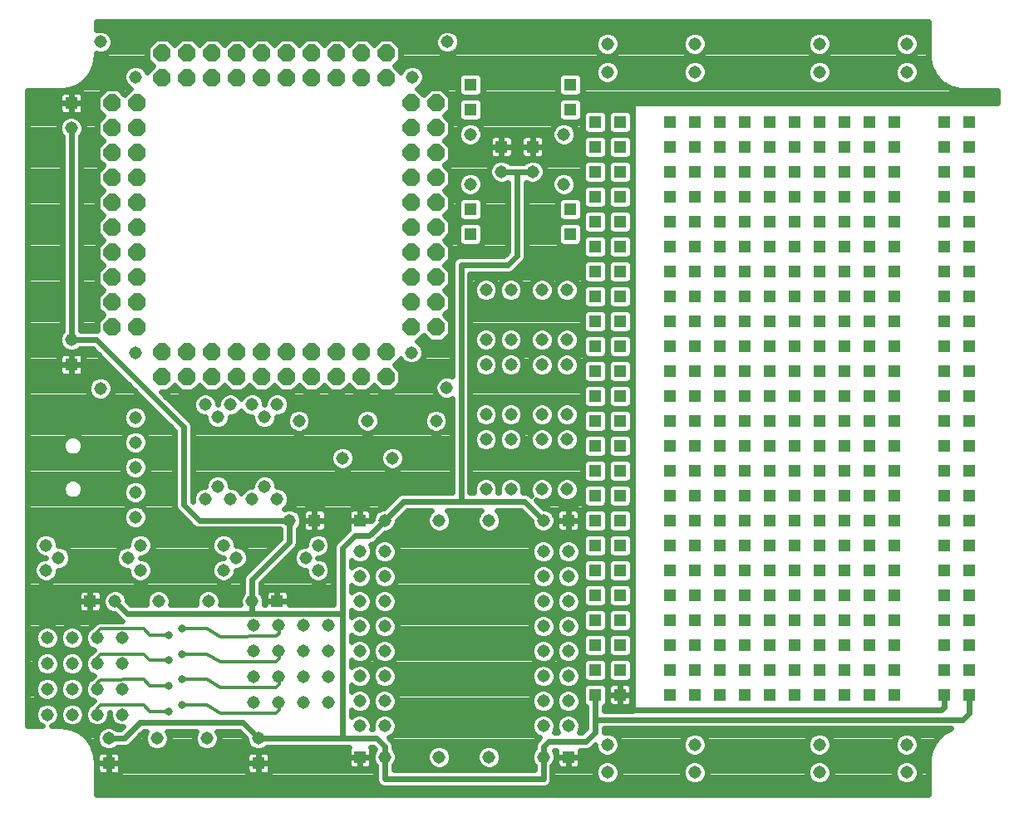
<source format=gbl>
G75*
G70*
%OFA0B0*%
%FSLAX24Y24*%
%IPPOS*%
%LPD*%
%AMOC8*
5,1,8,0,0,1.08239X$1,22.5*
%
%ADD10C,0.0515*%
%ADD11C,0.0320*%
%ADD12C,0.0120*%
%ADD13R,0.0515X0.0515*%
%ADD14OC8,0.0700*%
%ADD15C,0.0240*%
D10*
X008136Y005917D03*
X007670Y006872D03*
X008670Y006872D03*
X008670Y007896D03*
X007670Y007896D03*
X006670Y007896D03*
X005670Y007896D03*
X005670Y008920D03*
X006670Y008920D03*
X007670Y008920D03*
X008670Y008920D03*
X008670Y009943D03*
X007670Y009943D03*
X006670Y009943D03*
X005670Y009943D03*
X008386Y011417D03*
X009405Y012667D03*
X008905Y013167D03*
X009405Y013667D03*
X009203Y014792D03*
X009203Y015792D03*
X009203Y016792D03*
X009203Y017792D03*
X009203Y018792D03*
X007804Y019960D03*
X009218Y021374D03*
X006636Y021917D03*
X012011Y019310D03*
X012511Y018810D03*
X013011Y019310D03*
X013886Y019310D03*
X014386Y018810D03*
X014886Y019310D03*
X015761Y018667D03*
X017511Y017167D03*
X019511Y017167D03*
X018511Y018667D03*
X021261Y018667D03*
X023261Y018917D03*
X024261Y018917D03*
X025511Y018917D03*
X026511Y018917D03*
X026511Y017917D03*
X025511Y017917D03*
X024261Y017917D03*
X023261Y017917D03*
X023261Y015917D03*
X024261Y015917D03*
X025511Y015917D03*
X026511Y015917D03*
X025567Y014667D03*
X025567Y013417D03*
X025567Y012417D03*
X026567Y012417D03*
X026567Y013417D03*
X026567Y011417D03*
X025567Y011417D03*
X025567Y010417D03*
X025567Y009417D03*
X026567Y009417D03*
X026567Y010417D03*
X026567Y008417D03*
X025567Y008417D03*
X025567Y007417D03*
X025567Y006417D03*
X026567Y006417D03*
X026567Y007417D03*
X028136Y005667D03*
X028136Y004542D03*
X025567Y005167D03*
X023386Y005167D03*
X021386Y005167D03*
X019205Y005167D03*
X019205Y006417D03*
X019205Y007417D03*
X018205Y007417D03*
X018205Y006417D03*
X016957Y007372D03*
X015957Y007372D03*
X014957Y007372D03*
X013957Y007372D03*
X013957Y008396D03*
X014957Y008396D03*
X015957Y008396D03*
X016957Y008396D03*
X018205Y008417D03*
X019205Y008417D03*
X019205Y009417D03*
X019205Y010417D03*
X018205Y010417D03*
X018205Y009417D03*
X016957Y009420D03*
X015957Y009420D03*
X014957Y009420D03*
X013957Y009420D03*
X013957Y010443D03*
X014957Y010443D03*
X015957Y010443D03*
X016957Y010443D03*
X018205Y011417D03*
X019205Y011417D03*
X019205Y012417D03*
X019205Y013417D03*
X018205Y013417D03*
X018205Y012417D03*
X016530Y012667D03*
X016030Y013167D03*
X016530Y013667D03*
X015386Y014667D03*
X014886Y015523D03*
X014386Y016023D03*
X013886Y015523D03*
X013011Y015523D03*
X012511Y016023D03*
X012011Y015523D03*
X012743Y013667D03*
X013243Y013167D03*
X012743Y012667D03*
X012136Y011417D03*
X013886Y011417D03*
X010136Y011417D03*
X006118Y013167D03*
X005618Y013667D03*
X005618Y012667D03*
X005670Y006872D03*
X006670Y006872D03*
X010063Y005917D03*
X012063Y005917D03*
X014136Y005917D03*
X019205Y014667D03*
X021386Y014667D03*
X023386Y014667D03*
X021688Y019990D03*
X023261Y020917D03*
X024261Y020917D03*
X025511Y020917D03*
X026511Y020917D03*
X026511Y021917D03*
X025511Y021917D03*
X024261Y021917D03*
X023261Y021917D03*
X023261Y023917D03*
X024261Y023917D03*
X025511Y023917D03*
X026511Y023917D03*
X020274Y021404D03*
X022636Y028167D03*
X023886Y028667D03*
X025136Y028667D03*
X026386Y028167D03*
X026386Y030167D03*
X028136Y032667D03*
X028136Y033792D03*
X031636Y033792D03*
X031636Y032667D03*
X036636Y032667D03*
X036636Y033792D03*
X040136Y033792D03*
X040136Y032667D03*
X022636Y030167D03*
X020304Y032460D03*
X021718Y033874D03*
X009218Y032460D03*
X007804Y033874D03*
X006636Y030417D03*
X031636Y005667D03*
X031636Y004542D03*
X036636Y004542D03*
X036636Y005667D03*
X040136Y005667D03*
X040136Y004542D03*
D11*
X011075Y007253D03*
X010557Y006997D03*
X010557Y008021D03*
X011075Y008277D03*
X010557Y009045D03*
X011075Y009301D03*
X010557Y010068D03*
X011075Y010324D03*
D12*
X012087Y010324D01*
X012599Y010000D01*
X014844Y010006D01*
X014969Y010131D01*
X014969Y010443D01*
X014969Y009420D02*
X014969Y009108D01*
X014844Y008983D01*
X012599Y008977D01*
X012087Y009301D01*
X011075Y009301D01*
X010557Y009045D02*
X009784Y009045D01*
X009528Y009301D01*
X007795Y009295D01*
X007670Y009170D01*
X007670Y008920D01*
X007795Y008271D02*
X009528Y008277D01*
X009784Y008021D01*
X010557Y008021D01*
X011075Y008277D02*
X012087Y008277D01*
X012599Y007953D01*
X014844Y007959D01*
X014969Y008084D01*
X014969Y008396D01*
X014969Y007372D02*
X014969Y007060D01*
X014844Y006935D01*
X012599Y006929D01*
X012087Y007253D01*
X011075Y007253D01*
X010557Y006997D02*
X009784Y006997D01*
X009528Y007253D01*
X007795Y007247D01*
X007670Y007122D01*
X007670Y006872D01*
X007670Y007896D02*
X007670Y008146D01*
X007795Y008271D01*
X007670Y009943D02*
X007670Y010193D01*
X007795Y010318D01*
X009528Y010324D01*
X009784Y010068D01*
X010557Y010068D01*
D13*
X007386Y011417D03*
X014886Y011417D03*
X016386Y014667D03*
X018205Y014667D03*
X026567Y014667D03*
X027636Y014667D03*
X027636Y015667D03*
X028636Y015667D03*
X028636Y014667D03*
X028636Y013667D03*
X027636Y013667D03*
X027636Y012667D03*
X028636Y012667D03*
X028636Y011667D03*
X027636Y011667D03*
X027636Y010667D03*
X028636Y010667D03*
X028636Y009667D03*
X027636Y009667D03*
X027636Y008667D03*
X028636Y008667D03*
X028636Y007667D03*
X027636Y007667D03*
X030636Y007667D03*
X031636Y007667D03*
X032636Y007667D03*
X033636Y007667D03*
X034636Y007667D03*
X035636Y007667D03*
X036636Y007667D03*
X037636Y007667D03*
X038636Y007667D03*
X039636Y007667D03*
X039636Y008667D03*
X038636Y008667D03*
X038636Y009667D03*
X039636Y009667D03*
X039636Y010667D03*
X038636Y010667D03*
X037636Y010667D03*
X036636Y010667D03*
X035636Y010667D03*
X034636Y010667D03*
X033636Y010667D03*
X032636Y010667D03*
X031636Y010667D03*
X030636Y010667D03*
X030636Y011667D03*
X030636Y012667D03*
X031636Y012667D03*
X032636Y012667D03*
X033636Y012667D03*
X034636Y012667D03*
X035636Y012667D03*
X036636Y012667D03*
X037636Y012667D03*
X038636Y012667D03*
X039636Y012667D03*
X039636Y011667D03*
X038636Y011667D03*
X037636Y011667D03*
X036636Y011667D03*
X035636Y011667D03*
X034636Y011667D03*
X033636Y011667D03*
X032636Y011667D03*
X031636Y011667D03*
X031636Y013667D03*
X030636Y013667D03*
X030636Y014667D03*
X030636Y015667D03*
X031636Y015667D03*
X032636Y015667D03*
X033636Y015667D03*
X034636Y015667D03*
X035636Y015667D03*
X036636Y015667D03*
X037636Y015667D03*
X038636Y015667D03*
X039636Y015667D03*
X039636Y014667D03*
X038636Y014667D03*
X037636Y014667D03*
X036636Y014667D03*
X035636Y014667D03*
X034636Y014667D03*
X033636Y014667D03*
X032636Y014667D03*
X031636Y014667D03*
X032636Y013667D03*
X033636Y013667D03*
X034636Y013667D03*
X035636Y013667D03*
X036636Y013667D03*
X037636Y013667D03*
X038636Y013667D03*
X039636Y013667D03*
X041636Y013667D03*
X042636Y013667D03*
X042636Y014667D03*
X042636Y015667D03*
X041636Y015667D03*
X041636Y014667D03*
X041636Y016667D03*
X042636Y016667D03*
X042636Y017667D03*
X042636Y018667D03*
X041636Y018667D03*
X041636Y017667D03*
X039636Y017667D03*
X038636Y017667D03*
X038636Y018667D03*
X039636Y018667D03*
X039636Y019667D03*
X038636Y019667D03*
X037636Y019667D03*
X036636Y019667D03*
X035636Y019667D03*
X034636Y019667D03*
X033636Y019667D03*
X032636Y019667D03*
X031636Y019667D03*
X030636Y019667D03*
X030636Y020667D03*
X030636Y021667D03*
X031636Y021667D03*
X032636Y021667D03*
X033636Y021667D03*
X034636Y021667D03*
X035636Y021667D03*
X036636Y021667D03*
X037636Y021667D03*
X038636Y021667D03*
X039636Y021667D03*
X039636Y020667D03*
X038636Y020667D03*
X037636Y020667D03*
X036636Y020667D03*
X035636Y020667D03*
X034636Y020667D03*
X033636Y020667D03*
X032636Y020667D03*
X031636Y020667D03*
X031636Y022667D03*
X030636Y022667D03*
X030636Y023667D03*
X030636Y024667D03*
X031636Y024667D03*
X032636Y024667D03*
X033636Y024667D03*
X034636Y024667D03*
X035636Y024667D03*
X036636Y024667D03*
X037636Y024667D03*
X038636Y024667D03*
X039636Y024667D03*
X039636Y023667D03*
X038636Y023667D03*
X037636Y023667D03*
X036636Y023667D03*
X035636Y023667D03*
X034636Y023667D03*
X033636Y023667D03*
X032636Y023667D03*
X031636Y023667D03*
X032636Y022667D03*
X033636Y022667D03*
X034636Y022667D03*
X035636Y022667D03*
X036636Y022667D03*
X037636Y022667D03*
X038636Y022667D03*
X039636Y022667D03*
X041636Y022667D03*
X042636Y022667D03*
X042636Y023667D03*
X042636Y024667D03*
X041636Y024667D03*
X041636Y023667D03*
X041636Y025667D03*
X042636Y025667D03*
X042636Y026667D03*
X042636Y027667D03*
X041636Y027667D03*
X041636Y026667D03*
X039636Y026667D03*
X038636Y026667D03*
X038636Y027667D03*
X039636Y027667D03*
X039636Y028667D03*
X038636Y028667D03*
X037636Y028667D03*
X036636Y028667D03*
X035636Y028667D03*
X034636Y028667D03*
X033636Y028667D03*
X032636Y028667D03*
X031636Y028667D03*
X030636Y028667D03*
X030636Y029667D03*
X030636Y030667D03*
X031636Y030667D03*
X032636Y030667D03*
X033636Y030667D03*
X034636Y030667D03*
X035636Y030667D03*
X036636Y030667D03*
X037636Y030667D03*
X038636Y030667D03*
X039636Y030667D03*
X039636Y029667D03*
X038636Y029667D03*
X037636Y029667D03*
X036636Y029667D03*
X035636Y029667D03*
X034636Y029667D03*
X033636Y029667D03*
X032636Y029667D03*
X031636Y029667D03*
X028636Y029667D03*
X028636Y030667D03*
X027636Y030667D03*
X027636Y029667D03*
X027636Y028667D03*
X028636Y028667D03*
X028636Y027667D03*
X027636Y027667D03*
X027636Y026667D03*
X028636Y026667D03*
X028636Y025667D03*
X027636Y025667D03*
X026636Y026167D03*
X026636Y027167D03*
X027636Y024667D03*
X028636Y024667D03*
X028636Y023667D03*
X027636Y023667D03*
X027636Y022667D03*
X028636Y022667D03*
X028636Y021667D03*
X027636Y021667D03*
X027636Y020667D03*
X028636Y020667D03*
X028636Y019667D03*
X027636Y019667D03*
X027636Y018667D03*
X028636Y018667D03*
X028636Y017667D03*
X027636Y017667D03*
X027636Y016667D03*
X028636Y016667D03*
X030636Y016667D03*
X031636Y016667D03*
X032636Y016667D03*
X033636Y016667D03*
X034636Y016667D03*
X035636Y016667D03*
X036636Y016667D03*
X037636Y016667D03*
X038636Y016667D03*
X039636Y016667D03*
X037636Y017667D03*
X037636Y018667D03*
X036636Y018667D03*
X035636Y018667D03*
X034636Y018667D03*
X033636Y018667D03*
X032636Y018667D03*
X031636Y018667D03*
X030636Y018667D03*
X030636Y017667D03*
X031636Y017667D03*
X032636Y017667D03*
X033636Y017667D03*
X034636Y017667D03*
X035636Y017667D03*
X036636Y017667D03*
X041636Y019667D03*
X042636Y019667D03*
X042636Y020667D03*
X042636Y021667D03*
X041636Y021667D03*
X041636Y020667D03*
X039636Y025667D03*
X038636Y025667D03*
X037636Y025667D03*
X036636Y025667D03*
X035636Y025667D03*
X034636Y025667D03*
X033636Y025667D03*
X032636Y025667D03*
X031636Y025667D03*
X030636Y025667D03*
X030636Y026667D03*
X030636Y027667D03*
X031636Y027667D03*
X032636Y027667D03*
X033636Y027667D03*
X034636Y027667D03*
X035636Y027667D03*
X036636Y027667D03*
X037636Y027667D03*
X037636Y026667D03*
X036636Y026667D03*
X035636Y026667D03*
X034636Y026667D03*
X033636Y026667D03*
X032636Y026667D03*
X031636Y026667D03*
X025136Y029667D03*
X023886Y029667D03*
X022636Y031167D03*
X022636Y032167D03*
X026636Y032167D03*
X026636Y031167D03*
X022636Y027167D03*
X022636Y026167D03*
X006636Y031417D03*
X006636Y020917D03*
X008136Y004917D03*
X014136Y004917D03*
X018205Y005167D03*
X026567Y005167D03*
X030636Y008667D03*
X030636Y009667D03*
X031636Y009667D03*
X032636Y009667D03*
X033636Y009667D03*
X034636Y009667D03*
X035636Y009667D03*
X036636Y009667D03*
X037636Y009667D03*
X037636Y008667D03*
X036636Y008667D03*
X035636Y008667D03*
X034636Y008667D03*
X033636Y008667D03*
X032636Y008667D03*
X031636Y008667D03*
X041636Y008667D03*
X041636Y009667D03*
X042636Y009667D03*
X042636Y008667D03*
X042636Y007667D03*
X041636Y007667D03*
X041636Y010667D03*
X042636Y010667D03*
X042636Y011667D03*
X042636Y012667D03*
X041636Y012667D03*
X041636Y011667D03*
X041636Y028667D03*
X042636Y028667D03*
X042636Y029667D03*
X042636Y030667D03*
X041636Y030667D03*
X041636Y029667D03*
D14*
X021261Y029417D03*
X020261Y029417D03*
X020261Y030417D03*
X020261Y031417D03*
X021261Y031417D03*
X021261Y030417D03*
X019261Y032417D03*
X018261Y032417D03*
X017261Y032417D03*
X016261Y032417D03*
X015261Y032417D03*
X014261Y032417D03*
X013261Y032417D03*
X012261Y032417D03*
X011261Y032417D03*
X010261Y032417D03*
X010261Y033417D03*
X011261Y033417D03*
X012261Y033417D03*
X013261Y033417D03*
X014261Y033417D03*
X015261Y033417D03*
X016261Y033417D03*
X017261Y033417D03*
X018261Y033417D03*
X019261Y033417D03*
X020261Y028417D03*
X021261Y028417D03*
X021261Y027417D03*
X020261Y027417D03*
X020261Y026417D03*
X021261Y026417D03*
X021261Y025417D03*
X020261Y025417D03*
X020261Y024417D03*
X021261Y024417D03*
X021261Y023417D03*
X020261Y023417D03*
X020261Y022417D03*
X021261Y022417D03*
X019261Y021417D03*
X018261Y021417D03*
X017261Y021417D03*
X016261Y021417D03*
X015261Y021417D03*
X014261Y021417D03*
X013261Y021417D03*
X012261Y021417D03*
X011261Y021417D03*
X010261Y021417D03*
X009261Y022417D03*
X008261Y022417D03*
X008261Y023417D03*
X009261Y023417D03*
X009261Y024417D03*
X009261Y025417D03*
X008261Y025417D03*
X008261Y024417D03*
X008261Y026417D03*
X009261Y026417D03*
X009261Y027417D03*
X009261Y028417D03*
X008261Y028417D03*
X008261Y027417D03*
X008261Y029417D03*
X009261Y029417D03*
X009261Y030417D03*
X009261Y031417D03*
X008261Y031417D03*
X008261Y030417D03*
X010261Y020417D03*
X011261Y020417D03*
X012261Y020417D03*
X013261Y020417D03*
X014261Y020417D03*
X015261Y020417D03*
X016261Y020417D03*
X017261Y020417D03*
X018261Y020417D03*
X019261Y020417D03*
D15*
X007632Y004953D02*
X007632Y003657D01*
X041010Y003657D01*
X041010Y004953D01*
X041008Y004961D01*
X041010Y005000D01*
X041010Y005039D01*
X041014Y005047D01*
X041021Y005147D01*
X041018Y005164D01*
X041024Y005194D01*
X041026Y005224D01*
X041034Y005240D01*
X041057Y005346D01*
X041057Y005363D01*
X041067Y005392D01*
X041074Y005422D01*
X041084Y005436D01*
X041122Y005538D01*
X041124Y005555D01*
X041138Y005582D01*
X041149Y005611D01*
X041161Y005624D01*
X041213Y005719D01*
X041217Y005736D01*
X041235Y005760D01*
X041250Y005787D01*
X041264Y005798D01*
X041329Y005885D01*
X041335Y005901D01*
X041357Y005923D01*
X041375Y005947D01*
X041391Y005956D01*
X041467Y006032D01*
X041476Y006048D01*
X041500Y006066D01*
X041522Y006088D01*
X041538Y006094D01*
X041625Y006159D01*
X041636Y006173D01*
X041663Y006187D01*
X041687Y006206D01*
X041704Y006210D01*
X041799Y006262D01*
X041812Y006274D01*
X041841Y006285D01*
X041868Y006299D01*
X041885Y006301D01*
X041900Y006307D01*
X027996Y006307D01*
X027996Y006238D01*
X027996Y006147D01*
X028037Y006164D01*
X028235Y006164D01*
X028418Y006088D01*
X028558Y005948D01*
X028634Y005766D01*
X028634Y005568D01*
X028558Y005385D01*
X028418Y005245D01*
X028235Y005169D01*
X028037Y005169D01*
X027854Y005245D01*
X027714Y005385D01*
X027639Y005568D01*
X027639Y005660D01*
X027465Y005486D01*
X027333Y005432D01*
X027190Y005432D01*
X027045Y005432D01*
X027045Y005167D01*
X026568Y005167D01*
X026568Y005166D01*
X027045Y005166D01*
X027045Y004880D01*
X027030Y004824D01*
X027001Y004774D01*
X026960Y004733D01*
X026910Y004704D01*
X026854Y004689D01*
X026567Y004689D01*
X026567Y005166D01*
X026567Y005166D01*
X026090Y005166D01*
X026090Y004880D01*
X026105Y004824D01*
X026134Y004774D01*
X026175Y004733D01*
X026225Y004704D01*
X026281Y004689D01*
X026567Y004689D01*
X026567Y005166D01*
X026567Y005167D01*
X026090Y005167D01*
X026090Y005432D01*
X025996Y005432D01*
X026065Y005266D01*
X026065Y005068D01*
X025989Y004885D01*
X025927Y004823D01*
X025927Y004363D01*
X025927Y004220D01*
X025872Y004088D01*
X025771Y003986D01*
X025639Y003932D01*
X019277Y003932D01*
X019133Y003932D01*
X019001Y003986D01*
X018900Y004088D01*
X018845Y004220D01*
X018845Y004823D01*
X018783Y004885D01*
X018708Y005068D01*
X018708Y005266D01*
X018783Y005448D01*
X018814Y005479D01*
X018737Y005557D01*
X018640Y005557D01*
X018668Y005509D01*
X018683Y005453D01*
X018683Y005167D01*
X018206Y005167D01*
X018206Y005166D01*
X018683Y005166D01*
X018683Y004880D01*
X018668Y004824D01*
X018639Y004774D01*
X018598Y004733D01*
X018548Y004704D01*
X018492Y004689D01*
X018205Y004689D01*
X018205Y005166D01*
X018205Y005166D01*
X018205Y004689D01*
X017919Y004689D01*
X017863Y004704D01*
X017813Y004733D01*
X017772Y004774D01*
X017743Y004824D01*
X017728Y004880D01*
X017728Y005166D01*
X018205Y005166D01*
X018205Y005167D01*
X017728Y005167D01*
X017728Y005453D01*
X017743Y005509D01*
X017770Y005557D01*
X017440Y005557D01*
X014480Y005557D01*
X014418Y005495D01*
X014235Y005419D01*
X014037Y005419D01*
X013854Y005495D01*
X013714Y005635D01*
X013639Y005818D01*
X013639Y005905D01*
X013362Y006182D01*
X012492Y006182D01*
X012561Y006016D01*
X012561Y005818D01*
X012485Y005635D01*
X012345Y005495D01*
X012162Y005419D01*
X011964Y005419D01*
X011782Y005495D01*
X011642Y005635D01*
X011566Y005818D01*
X011566Y006016D01*
X011635Y006182D01*
X010492Y006182D01*
X010561Y006016D01*
X010561Y005818D01*
X010485Y005635D01*
X010345Y005495D01*
X010162Y005419D01*
X009964Y005419D01*
X009782Y005495D01*
X009642Y005635D01*
X009566Y005818D01*
X009566Y006016D01*
X009635Y006182D01*
X009535Y006182D01*
X008965Y005611D01*
X008833Y005557D01*
X008690Y005557D01*
X008480Y005557D01*
X008418Y005495D01*
X008235Y005419D01*
X008037Y005419D01*
X007854Y005495D01*
X007714Y005635D01*
X007639Y005818D01*
X007639Y006016D01*
X007714Y006198D01*
X007854Y006338D01*
X008037Y006414D01*
X008235Y006414D01*
X008418Y006338D01*
X008480Y006277D01*
X008612Y006277D01*
X008710Y006375D01*
X008571Y006375D01*
X008388Y006451D01*
X008248Y006591D01*
X008172Y006773D01*
X008172Y006949D01*
X008167Y006949D01*
X008167Y006773D01*
X008091Y006591D01*
X007951Y006451D01*
X007769Y006375D01*
X007571Y006375D01*
X007388Y006451D01*
X007248Y006591D01*
X007172Y006773D01*
X007172Y006971D01*
X007248Y007154D01*
X007388Y007294D01*
X007438Y007315D01*
X007500Y007377D01*
X007500Y007377D01*
X007536Y007413D01*
X007388Y007474D01*
X007248Y007614D01*
X007172Y007797D01*
X007172Y007995D01*
X007248Y008178D01*
X007388Y008318D01*
X007438Y008338D01*
X007500Y008400D01*
X007500Y008400D01*
X007536Y008437D01*
X007388Y008498D01*
X007248Y008638D01*
X007172Y008821D01*
X007172Y009019D01*
X007248Y009201D01*
X007388Y009341D01*
X007438Y009362D01*
X007500Y009424D01*
X007500Y009424D01*
X007536Y009460D01*
X007388Y009522D01*
X007248Y009661D01*
X007172Y009844D01*
X007172Y010042D01*
X007248Y010225D01*
X007388Y010365D01*
X007438Y010386D01*
X007582Y010530D01*
X007624Y010572D01*
X007624Y010572D01*
X007625Y010573D01*
X007681Y010596D01*
X007734Y010618D01*
X007735Y010618D01*
X007735Y010618D01*
X007792Y010618D01*
X008673Y010621D01*
X008581Y010713D01*
X008375Y010919D01*
X008287Y010919D01*
X008104Y010995D01*
X007964Y011135D01*
X007889Y011318D01*
X007889Y011516D01*
X007964Y011698D01*
X008104Y011838D01*
X008287Y011914D01*
X008485Y011914D01*
X008668Y011838D01*
X008808Y011698D01*
X008884Y011516D01*
X008884Y011428D01*
X009035Y011277D01*
X009656Y011277D01*
X009639Y011318D01*
X009639Y011516D01*
X009714Y011698D01*
X009854Y011838D01*
X010037Y011914D01*
X010235Y011914D01*
X010418Y011838D01*
X010558Y011698D01*
X010634Y011516D01*
X010634Y011318D01*
X010617Y011277D01*
X011656Y011277D01*
X011639Y011318D01*
X011639Y011516D01*
X011714Y011698D01*
X011854Y011838D01*
X012037Y011914D01*
X012235Y011914D01*
X012418Y011838D01*
X012558Y011698D01*
X012634Y011516D01*
X012634Y011318D01*
X012617Y011277D01*
X013406Y011277D01*
X013389Y011318D01*
X013389Y011516D01*
X013464Y011698D01*
X013526Y011760D01*
X013526Y012363D01*
X013581Y012496D01*
X013682Y012597D01*
X015026Y013941D01*
X015026Y014307D01*
X011690Y014307D01*
X011557Y014361D01*
X011456Y014463D01*
X010831Y015088D01*
X010776Y015220D01*
X010776Y015363D01*
X010776Y018268D01*
X007487Y021557D01*
X006980Y021557D01*
X006918Y021495D01*
X006735Y021419D01*
X006537Y021419D01*
X006354Y021495D01*
X006214Y021635D01*
X006139Y021818D01*
X006139Y022016D01*
X006214Y022198D01*
X006276Y022260D01*
X006276Y030073D01*
X006214Y030135D01*
X006139Y030318D01*
X006139Y030516D01*
X006214Y030698D01*
X006354Y030838D01*
X006537Y030914D01*
X006735Y030914D01*
X006918Y030838D01*
X007058Y030698D01*
X007134Y030516D01*
X007134Y030318D01*
X007058Y030135D01*
X006996Y030073D01*
X006996Y022277D01*
X007565Y022277D01*
X007671Y022277D01*
X007671Y022661D01*
X007927Y022917D01*
X007671Y023172D01*
X007671Y023661D01*
X007927Y023917D01*
X007671Y024172D01*
X007671Y024661D01*
X007927Y024917D01*
X007671Y025172D01*
X007671Y025661D01*
X007927Y025917D01*
X007671Y026172D01*
X007671Y026661D01*
X007927Y026917D01*
X007671Y027172D01*
X007671Y027661D01*
X007927Y027917D01*
X007671Y028172D01*
X007671Y028661D01*
X007927Y028917D01*
X007671Y029172D01*
X007671Y029661D01*
X007927Y029917D01*
X007671Y030172D01*
X007671Y030661D01*
X007927Y030917D01*
X007671Y031172D01*
X007671Y031661D01*
X008017Y032007D01*
X008506Y032007D01*
X008761Y031751D01*
X009015Y032005D01*
X008936Y032038D01*
X008797Y032178D01*
X008721Y032361D01*
X008721Y032559D01*
X008797Y032741D01*
X008936Y032881D01*
X009119Y032957D01*
X009317Y032957D01*
X009500Y032881D01*
X009640Y032741D01*
X009673Y032662D01*
X009927Y032917D01*
X009671Y033172D01*
X009671Y033661D01*
X010017Y034007D01*
X010506Y034007D01*
X010761Y033751D01*
X011017Y034007D01*
X011506Y034007D01*
X011761Y033751D01*
X012017Y034007D01*
X012506Y034007D01*
X012761Y033751D01*
X013017Y034007D01*
X013506Y034007D01*
X013761Y033751D01*
X014017Y034007D01*
X014506Y034007D01*
X014761Y033751D01*
X015017Y034007D01*
X015506Y034007D01*
X015761Y033751D01*
X016017Y034007D01*
X016506Y034007D01*
X016761Y033751D01*
X017017Y034007D01*
X017506Y034007D01*
X017761Y033751D01*
X018017Y034007D01*
X018506Y034007D01*
X018761Y033751D01*
X019017Y034007D01*
X019506Y034007D01*
X019851Y033661D01*
X019851Y033172D01*
X019596Y032917D01*
X019850Y032662D01*
X019882Y032741D01*
X020022Y032881D01*
X020205Y032957D01*
X020403Y032957D01*
X020586Y032881D01*
X020726Y032741D01*
X020802Y032559D01*
X020802Y032361D01*
X020726Y032178D01*
X020586Y032038D01*
X020507Y032005D01*
X020761Y031751D01*
X021017Y032007D01*
X021506Y032007D01*
X021851Y031661D01*
X021851Y031172D01*
X021596Y030917D01*
X021851Y030661D01*
X021851Y030172D01*
X021596Y029917D01*
X021851Y029661D01*
X021851Y029172D01*
X021596Y028917D01*
X021851Y028661D01*
X021851Y028172D01*
X021596Y027917D01*
X021851Y027661D01*
X021851Y027172D01*
X021596Y026917D01*
X021851Y026661D01*
X021851Y026172D01*
X021596Y025917D01*
X021851Y025661D01*
X021851Y025172D01*
X021596Y024917D01*
X021851Y024661D01*
X021851Y024172D01*
X021596Y023917D01*
X021851Y023661D01*
X021851Y023172D01*
X021596Y022917D01*
X021851Y022661D01*
X021851Y022172D01*
X021506Y021827D01*
X021017Y021827D01*
X020761Y022082D01*
X020520Y021841D01*
X020556Y021826D01*
X020695Y021686D01*
X020771Y021503D01*
X020771Y021305D01*
X020695Y021122D01*
X020556Y020982D01*
X020373Y020907D01*
X020175Y020907D01*
X019992Y020982D01*
X019852Y021122D01*
X019837Y021158D01*
X019596Y020917D01*
X019851Y020661D01*
X019851Y020172D01*
X019506Y019827D01*
X019017Y019827D01*
X018761Y020082D01*
X018506Y019827D01*
X018017Y019827D01*
X017761Y020082D01*
X017506Y019827D01*
X017017Y019827D01*
X016761Y020082D01*
X016506Y019827D01*
X016017Y019827D01*
X015761Y020082D01*
X015506Y019827D01*
X015017Y019827D01*
X014761Y020082D01*
X014506Y019827D01*
X014017Y019827D01*
X013761Y020082D01*
X013506Y019827D01*
X013017Y019827D01*
X012761Y020082D01*
X012506Y019827D01*
X012017Y019827D01*
X011761Y020082D01*
X011506Y019827D01*
X011017Y019827D01*
X010761Y020082D01*
X010506Y019827D01*
X010235Y019827D01*
X011340Y018722D01*
X011441Y018621D01*
X011496Y018488D01*
X011496Y015441D01*
X011514Y015423D01*
X011514Y015424D01*
X011514Y015622D01*
X011589Y015805D01*
X011729Y015945D01*
X011912Y016020D01*
X012014Y016020D01*
X012014Y016122D01*
X012089Y016305D01*
X012229Y016445D01*
X012412Y016520D01*
X012610Y016520D01*
X012793Y016445D01*
X012933Y016305D01*
X013009Y016122D01*
X013009Y016020D01*
X013110Y016020D01*
X013293Y015945D01*
X013433Y015805D01*
X013449Y015767D01*
X013464Y015805D01*
X013604Y015945D01*
X013787Y016020D01*
X013889Y016020D01*
X013889Y016122D01*
X013964Y016305D01*
X014104Y016445D01*
X014287Y016520D01*
X014485Y016520D01*
X014668Y016445D01*
X014808Y016305D01*
X014884Y016122D01*
X014884Y016020D01*
X014985Y016020D01*
X015168Y015945D01*
X015308Y015805D01*
X015384Y015622D01*
X015384Y015424D01*
X015308Y015241D01*
X015191Y015124D01*
X015287Y015164D01*
X015485Y015164D01*
X015668Y015088D01*
X015808Y014948D01*
X015884Y014766D01*
X015884Y014568D01*
X015808Y014385D01*
X015746Y014323D01*
X015746Y013863D01*
X015746Y013720D01*
X015691Y013588D01*
X014246Y012143D01*
X014246Y011760D01*
X014308Y011698D01*
X014384Y011516D01*
X014384Y011318D01*
X014367Y011277D01*
X014409Y011277D01*
X014409Y011416D01*
X014886Y011416D01*
X014886Y011417D01*
X014886Y011894D01*
X014600Y011894D01*
X014544Y011879D01*
X014494Y011850D01*
X014453Y011809D01*
X014424Y011759D01*
X014409Y011703D01*
X014409Y011417D01*
X014886Y011417D01*
X014886Y011417D01*
X014886Y011894D01*
X015173Y011894D01*
X015229Y011879D01*
X015279Y011850D01*
X015320Y011809D01*
X015349Y011759D01*
X015364Y011703D01*
X015364Y011417D01*
X014887Y011417D01*
X014887Y011416D01*
X015364Y011416D01*
X015364Y011277D01*
X017151Y011277D01*
X017151Y013613D01*
X017206Y013746D01*
X017307Y013847D01*
X017307Y013847D01*
X017706Y014246D01*
X017706Y014246D01*
X017758Y014298D01*
X017743Y014324D01*
X017728Y014380D01*
X017728Y014666D01*
X018205Y014666D01*
X018205Y014667D01*
X018205Y015144D01*
X017919Y015144D01*
X017863Y015129D01*
X017813Y015100D01*
X017772Y015059D01*
X017743Y015009D01*
X017728Y014953D01*
X017728Y014667D01*
X018205Y014667D01*
X018205Y014667D01*
X018205Y015144D01*
X018492Y015144D01*
X018548Y015129D01*
X018598Y015100D01*
X018639Y015059D01*
X018668Y015009D01*
X018683Y014953D01*
X018683Y014667D01*
X018206Y014667D01*
X018206Y014666D01*
X018683Y014666D01*
X018683Y014653D01*
X018708Y014678D01*
X018708Y014766D01*
X018783Y014948D01*
X018923Y015088D01*
X019106Y015164D01*
X019194Y015164D01*
X019751Y015722D01*
X019883Y015777D01*
X020027Y015777D01*
X021901Y015777D01*
X021901Y019540D01*
X021787Y019492D01*
X021589Y019492D01*
X021406Y019568D01*
X021266Y019708D01*
X021190Y019891D01*
X021190Y020089D01*
X021266Y020272D01*
X021406Y020412D01*
X021589Y020487D01*
X021787Y020487D01*
X021901Y020440D01*
X021901Y024988D01*
X021956Y025121D01*
X022057Y025222D01*
X022190Y025277D01*
X022333Y025277D01*
X023987Y025277D01*
X024151Y025441D01*
X024151Y028238D01*
X023985Y028169D01*
X023787Y028169D01*
X023604Y028245D01*
X023464Y028385D01*
X023389Y028568D01*
X023389Y028766D01*
X023464Y028948D01*
X023604Y029088D01*
X023787Y029164D01*
X023985Y029164D01*
X024168Y029088D01*
X024230Y029027D01*
X024440Y029027D01*
X024583Y029027D01*
X024793Y029027D01*
X024854Y029088D01*
X025037Y029164D01*
X025235Y029164D01*
X025418Y029088D01*
X025558Y028948D01*
X025634Y028766D01*
X025634Y028568D01*
X025558Y028385D01*
X025418Y028245D01*
X025235Y028169D01*
X025037Y028169D01*
X024871Y028238D01*
X024871Y025363D01*
X027139Y025363D01*
X027139Y025361D02*
X027175Y025273D01*
X027243Y025206D01*
X027331Y025169D01*
X027941Y025169D01*
X028030Y025206D01*
X028097Y025273D01*
X028134Y025361D01*
X028134Y025972D01*
X028097Y026060D01*
X028030Y026128D01*
X027941Y026164D01*
X027331Y026164D01*
X027243Y026128D01*
X027175Y026060D01*
X027139Y025972D01*
X027139Y025361D01*
X027139Y025601D02*
X024871Y025601D01*
X024871Y025363D02*
X024871Y025220D01*
X024816Y025088D01*
X024441Y024713D01*
X024340Y024611D01*
X024208Y024557D01*
X022621Y024557D01*
X022621Y015777D01*
X022781Y015777D01*
X022764Y015818D01*
X022764Y016016D01*
X022839Y016198D01*
X022979Y016338D01*
X023162Y016414D01*
X023360Y016414D01*
X023543Y016338D01*
X023683Y016198D01*
X023759Y016016D01*
X023759Y015818D01*
X023742Y015777D01*
X023781Y015777D01*
X023764Y015818D01*
X023764Y016016D01*
X023839Y016198D01*
X023979Y016338D01*
X024162Y016414D01*
X024360Y016414D01*
X024543Y016338D01*
X024683Y016198D01*
X024759Y016016D01*
X024759Y015818D01*
X024742Y015777D01*
X024889Y015777D01*
X025021Y015722D01*
X025076Y015667D01*
X025014Y015818D01*
X025014Y016016D01*
X025089Y016198D01*
X025229Y016338D01*
X025412Y016414D01*
X025610Y016414D01*
X025793Y016338D01*
X025933Y016198D01*
X026009Y016016D01*
X026009Y015818D01*
X025933Y015635D01*
X025793Y015495D01*
X025610Y015419D01*
X025412Y015419D01*
X025261Y015482D01*
X025579Y015164D01*
X025666Y015164D01*
X025849Y015088D01*
X025989Y014948D01*
X026065Y014766D01*
X026065Y014568D01*
X025989Y014385D01*
X025849Y014245D01*
X025666Y014169D01*
X025468Y014169D01*
X025286Y014245D01*
X025146Y014385D01*
X025070Y014568D01*
X025070Y014655D01*
X024668Y015057D01*
X023700Y015057D01*
X023808Y014948D01*
X023884Y014766D01*
X023884Y014568D01*
X023808Y014385D01*
X023668Y014245D01*
X023485Y014169D01*
X023287Y014169D01*
X023104Y014245D01*
X022964Y014385D01*
X022889Y014568D01*
X022889Y014766D01*
X022964Y014948D01*
X023073Y015057D01*
X022333Y015057D01*
X022190Y015057D01*
X021700Y015057D01*
X021808Y014948D01*
X021884Y014766D01*
X021884Y014568D01*
X021808Y014385D01*
X021668Y014245D01*
X021485Y014169D01*
X021287Y014169D01*
X021104Y014245D01*
X020964Y014385D01*
X020889Y014568D01*
X020889Y014766D01*
X020964Y014948D01*
X021073Y015057D01*
X020104Y015057D01*
X019703Y014655D01*
X019703Y014568D01*
X019627Y014385D01*
X019487Y014245D01*
X019304Y014169D01*
X019217Y014169D01*
X018784Y013736D01*
X018652Y013682D01*
X018634Y013682D01*
X018703Y013516D01*
X018703Y013318D01*
X018627Y013135D01*
X018487Y012995D01*
X018304Y012919D01*
X018106Y012919D01*
X017923Y012995D01*
X017871Y013047D01*
X017871Y012786D01*
X017923Y012838D01*
X018106Y012914D01*
X018304Y012914D01*
X018487Y012838D01*
X018627Y012698D01*
X018703Y012516D01*
X018703Y012318D01*
X018627Y012135D01*
X018487Y011995D01*
X018304Y011919D01*
X018106Y011919D01*
X017923Y011995D01*
X017871Y012047D01*
X017871Y011786D01*
X017923Y011838D01*
X018106Y011914D01*
X018304Y011914D01*
X018487Y011838D01*
X018627Y011698D01*
X018703Y011516D01*
X018703Y011318D01*
X018627Y011135D01*
X018487Y010995D01*
X018304Y010919D01*
X018106Y010919D01*
X017923Y010995D01*
X017871Y011047D01*
X017871Y010845D01*
X017871Y010786D01*
X017923Y010838D01*
X018106Y010914D01*
X018304Y010914D01*
X018487Y010838D01*
X018627Y010698D01*
X018703Y010516D01*
X018703Y010318D01*
X018627Y010135D01*
X018487Y009995D01*
X018304Y009919D01*
X018106Y009919D01*
X017923Y009995D01*
X017871Y010047D01*
X017871Y009786D01*
X017923Y009838D01*
X018106Y009914D01*
X018304Y009914D01*
X018487Y009838D01*
X018627Y009698D01*
X018703Y009516D01*
X018703Y009318D01*
X018627Y009135D01*
X018487Y008995D01*
X018304Y008919D01*
X018106Y008919D01*
X017923Y008995D01*
X017871Y009047D01*
X017871Y008786D01*
X017923Y008838D01*
X018106Y008914D01*
X018304Y008914D01*
X018487Y008838D01*
X018627Y008698D01*
X018703Y008516D01*
X018703Y008318D01*
X018627Y008135D01*
X018487Y007995D01*
X018304Y007919D01*
X018106Y007919D01*
X017923Y007995D01*
X017871Y008047D01*
X017871Y007786D01*
X017923Y007838D01*
X018106Y007914D01*
X018304Y007914D01*
X018487Y007838D01*
X018627Y007698D01*
X018703Y007516D01*
X018703Y007318D01*
X018627Y007135D01*
X018487Y006995D01*
X018304Y006919D01*
X018106Y006919D01*
X017923Y006995D01*
X017871Y007047D01*
X017871Y006786D01*
X017923Y006838D01*
X018106Y006914D01*
X018304Y006914D01*
X018487Y006838D01*
X018627Y006698D01*
X018703Y006516D01*
X018703Y006318D01*
X018686Y006277D01*
X018725Y006277D01*
X018708Y006318D01*
X018708Y006516D01*
X018783Y006698D01*
X018923Y006838D01*
X019106Y006914D01*
X019304Y006914D01*
X019487Y006838D01*
X019627Y006698D01*
X019703Y006516D01*
X019703Y006318D01*
X019627Y006135D01*
X019487Y005995D01*
X019367Y005945D01*
X019510Y005802D01*
X025263Y005802D01*
X025262Y005802D02*
X025207Y005669D01*
X025207Y005526D01*
X025207Y005510D01*
X025146Y005448D01*
X025070Y005266D01*
X025070Y005068D01*
X025146Y004885D01*
X025207Y004823D01*
X025207Y004652D01*
X019565Y004652D01*
X019565Y004823D01*
X019627Y004885D01*
X019703Y005068D01*
X019703Y005266D01*
X019627Y005448D01*
X019565Y005510D01*
X019565Y005526D01*
X019565Y005669D01*
X019510Y005802D01*
X019533Y006041D02*
X025240Y006041D01*
X025286Y005995D02*
X025146Y006135D01*
X025070Y006318D01*
X025070Y006516D01*
X025146Y006698D01*
X025286Y006838D01*
X025468Y006914D01*
X025666Y006914D01*
X025849Y006838D01*
X025989Y006698D01*
X026065Y006516D01*
X026065Y006318D01*
X025996Y006152D01*
X026139Y006152D01*
X026070Y006318D01*
X026070Y006516D01*
X026146Y006698D01*
X026286Y006838D01*
X026468Y006914D01*
X026666Y006914D01*
X026849Y006838D01*
X026989Y006698D01*
X027065Y006516D01*
X027065Y006318D01*
X026996Y006152D01*
X027112Y006152D01*
X027276Y006316D01*
X027276Y006595D01*
X027276Y006738D01*
X027276Y007192D01*
X027243Y007206D01*
X027175Y007273D01*
X027139Y007361D01*
X027139Y007972D01*
X027175Y008060D01*
X027243Y008128D01*
X027331Y008164D01*
X027941Y008164D01*
X028030Y008128D01*
X028097Y008060D01*
X028134Y007972D01*
X028134Y007361D01*
X028097Y007273D01*
X028030Y007206D01*
X027996Y007192D01*
X027996Y007027D01*
X029136Y007027D01*
X029136Y031417D01*
X043766Y031417D01*
X043766Y031917D01*
X042470Y031917D01*
X042462Y031914D01*
X042423Y031917D01*
X042384Y031917D01*
X042376Y031920D01*
X042276Y031927D01*
X042259Y031924D01*
X042229Y031931D01*
X042199Y031933D01*
X042183Y031941D01*
X042077Y031964D01*
X042060Y031963D01*
X042031Y031974D01*
X042001Y031980D01*
X041987Y031990D01*
X041885Y032028D01*
X041868Y032030D01*
X041841Y032045D01*
X041812Y032055D01*
X041799Y032067D01*
X041704Y032119D01*
X041687Y032124D01*
X041663Y032142D01*
X041636Y032157D01*
X041625Y032170D01*
X041538Y032235D01*
X041522Y032242D01*
X041500Y032264D01*
X041476Y032282D01*
X041467Y032297D01*
X041391Y032373D01*
X041375Y032382D01*
X041357Y032407D01*
X041335Y032429D01*
X041329Y032445D01*
X041264Y032531D01*
X041250Y032542D01*
X041235Y032569D01*
X041217Y032594D01*
X041213Y032611D01*
X041161Y032706D01*
X041149Y032719D01*
X041138Y032747D01*
X041124Y032774D01*
X041122Y032792D01*
X041084Y032893D01*
X041074Y032908D01*
X041067Y032937D01*
X041057Y032966D01*
X041057Y032984D01*
X041034Y033089D01*
X041026Y033105D01*
X041024Y033136D01*
X041018Y033165D01*
X041021Y033183D01*
X041014Y033282D01*
X041010Y033290D01*
X041010Y033329D01*
X041008Y033368D01*
X041010Y033377D01*
X041010Y034673D01*
X007632Y034673D01*
X007632Y034341D01*
X007705Y034371D01*
X007903Y034371D01*
X008086Y034295D01*
X008226Y034156D01*
X008302Y033973D01*
X008302Y033775D01*
X008226Y033592D01*
X008086Y033452D01*
X007903Y033376D01*
X007705Y033376D01*
X007632Y033407D01*
X007632Y033377D01*
X007635Y033368D01*
X007632Y033329D01*
X007632Y033290D01*
X007629Y033282D01*
X007622Y033183D01*
X007625Y033165D01*
X007618Y033136D01*
X007616Y033105D01*
X007608Y033089D01*
X007585Y032984D01*
X007586Y032966D01*
X007575Y032937D01*
X007569Y032908D01*
X007559Y032893D01*
X007521Y032792D01*
X007519Y032774D01*
X007504Y032747D01*
X007494Y032719D01*
X007482Y032706D01*
X007430Y032611D01*
X007425Y032594D01*
X007407Y032569D01*
X007392Y032542D01*
X007379Y032531D01*
X007314Y032445D01*
X007307Y032429D01*
X007285Y032407D01*
X007267Y032382D01*
X007252Y032373D01*
X007175Y032297D01*
X007167Y032282D01*
X007142Y032264D01*
X007120Y032242D01*
X007104Y032235D01*
X007017Y032170D01*
X007006Y032157D01*
X006980Y032142D01*
X006955Y032124D01*
X006938Y032119D01*
X006843Y032067D01*
X006830Y032055D01*
X006802Y032045D01*
X006775Y032030D01*
X006757Y032028D01*
X006656Y031990D01*
X006641Y031980D01*
X006612Y031974D01*
X006583Y031963D01*
X006565Y031964D01*
X006460Y031941D01*
X006444Y031933D01*
X006413Y031931D01*
X006383Y031924D01*
X006366Y031927D01*
X006267Y031920D01*
X006259Y031917D01*
X006220Y031917D01*
X006180Y031914D01*
X006172Y031917D01*
X004876Y031917D01*
X004876Y006413D01*
X005480Y006413D01*
X005388Y006451D01*
X005248Y006591D01*
X005172Y006773D01*
X005172Y006971D01*
X005248Y007154D01*
X005388Y007294D01*
X005571Y007370D01*
X005769Y007370D01*
X005951Y007294D01*
X006091Y007154D01*
X006167Y006971D01*
X006167Y006773D01*
X006091Y006591D01*
X005951Y006451D01*
X005859Y006413D01*
X006172Y006413D01*
X006180Y006415D01*
X006220Y006413D01*
X006259Y006413D01*
X006267Y006409D01*
X006366Y006402D01*
X006383Y006405D01*
X006413Y006399D01*
X006444Y006397D01*
X006460Y006389D01*
X006565Y006366D01*
X006583Y006366D01*
X006612Y006356D01*
X006641Y006349D01*
X006656Y006339D01*
X006757Y006301D01*
X006775Y006299D01*
X006802Y006285D01*
X006830Y006274D01*
X006843Y006262D01*
X006938Y006210D01*
X006955Y006206D01*
X006980Y006187D01*
X007006Y006173D01*
X007017Y006159D01*
X007104Y006094D01*
X007120Y006088D01*
X007142Y006066D01*
X007167Y006048D01*
X007175Y006032D01*
X007252Y005956D01*
X007267Y005947D01*
X007285Y005923D01*
X007307Y005901D01*
X007314Y005885D01*
X007379Y005798D01*
X007392Y005787D01*
X007407Y005760D01*
X007425Y005736D01*
X007430Y005719D01*
X007482Y005624D01*
X007494Y005611D01*
X007504Y005582D01*
X007519Y005555D01*
X007521Y005538D01*
X007559Y005436D01*
X007569Y005422D01*
X007575Y005392D01*
X007586Y005363D01*
X007585Y005346D01*
X007608Y005240D01*
X007616Y005224D01*
X007618Y005194D01*
X007625Y005164D01*
X007622Y005147D01*
X007629Y005047D01*
X007632Y005039D01*
X007632Y005000D01*
X007635Y004961D01*
X007632Y004953D01*
X007659Y004917D02*
X007659Y005203D01*
X007674Y005259D01*
X007703Y005309D01*
X007744Y005350D01*
X007794Y005379D01*
X007850Y005394D01*
X008136Y005394D01*
X008136Y004917D01*
X008136Y004917D01*
X008136Y004916D01*
X008136Y004916D01*
X008136Y004439D01*
X007850Y004439D01*
X007794Y004454D01*
X007744Y004483D01*
X007703Y004524D01*
X007674Y004574D01*
X007659Y004630D01*
X007659Y004916D01*
X008136Y004916D01*
X008136Y004439D01*
X008423Y004439D01*
X008479Y004454D01*
X008529Y004483D01*
X008570Y004524D01*
X008599Y004574D01*
X008614Y004630D01*
X008614Y004916D01*
X008137Y004916D01*
X008137Y004917D01*
X008614Y004917D01*
X008614Y005203D01*
X008599Y005259D01*
X008570Y005309D01*
X008529Y005350D01*
X008479Y005379D01*
X008423Y005394D01*
X008136Y005394D01*
X008136Y004917D01*
X007659Y004917D01*
X007659Y004848D02*
X007632Y004848D01*
X007626Y005086D02*
X007659Y005086D01*
X007719Y005325D02*
X007590Y005325D01*
X007514Y005564D02*
X007786Y005564D01*
X007645Y005802D02*
X007376Y005802D01*
X007171Y006041D02*
X007649Y006041D01*
X007795Y006279D02*
X006816Y006279D01*
X006769Y006375D02*
X006951Y006451D01*
X007091Y006591D01*
X007167Y006773D01*
X007167Y006971D01*
X007091Y007154D01*
X006951Y007294D01*
X006769Y007370D01*
X006571Y007370D01*
X006388Y007294D01*
X006248Y007154D01*
X006172Y006971D01*
X006172Y006773D01*
X006248Y006591D01*
X006388Y006451D01*
X006571Y006375D01*
X006769Y006375D01*
X007019Y006518D02*
X007321Y006518D01*
X007179Y006756D02*
X007160Y006756D01*
X007157Y006995D02*
X007182Y006995D01*
X007327Y007233D02*
X007012Y007233D01*
X006946Y007472D02*
X007394Y007472D01*
X007208Y007710D02*
X007131Y007710D01*
X007167Y007797D02*
X007091Y007614D01*
X006951Y007474D01*
X006769Y007399D01*
X006571Y007399D01*
X006388Y007474D01*
X006248Y007614D01*
X006172Y007797D01*
X006172Y007995D01*
X006248Y008178D01*
X006388Y008318D01*
X006571Y008393D01*
X006769Y008393D01*
X006951Y008318D01*
X007091Y008178D01*
X007167Y007995D01*
X007167Y007797D01*
X007167Y007949D02*
X007172Y007949D01*
X007258Y008188D02*
X007082Y008188D01*
X006951Y008498D02*
X007091Y008638D01*
X007167Y008821D01*
X007167Y009019D01*
X007091Y009201D01*
X006951Y009341D01*
X006769Y009417D01*
X006571Y009417D01*
X006388Y009341D01*
X006248Y009201D01*
X006172Y009019D01*
X006172Y008821D01*
X006248Y008638D01*
X006388Y008498D01*
X006571Y008422D01*
X006769Y008422D01*
X006951Y008498D01*
X006778Y008426D02*
X007526Y008426D01*
X007237Y008665D02*
X007102Y008665D01*
X007167Y008903D02*
X007172Y008903D01*
X007223Y009142D02*
X007116Y009142D01*
X006857Y009380D02*
X007456Y009380D01*
X007291Y009619D02*
X007049Y009619D01*
X007091Y009661D02*
X007167Y009844D01*
X007167Y010042D01*
X007091Y010225D01*
X006951Y010365D01*
X006769Y010441D01*
X006571Y010441D01*
X006388Y010365D01*
X006248Y010225D01*
X006172Y010042D01*
X006172Y009844D01*
X006248Y009661D01*
X006388Y009522D01*
X006571Y009446D01*
X006769Y009446D01*
X006951Y009522D01*
X007091Y009661D01*
X007167Y009857D02*
X007172Y009857D01*
X007145Y010096D02*
X007194Y010096D01*
X007357Y010334D02*
X006982Y010334D01*
X006357Y010334D02*
X005982Y010334D01*
X005951Y010365D02*
X005769Y010441D01*
X005571Y010441D01*
X005388Y010365D01*
X005248Y010225D01*
X005172Y010042D01*
X005172Y009844D01*
X005248Y009661D01*
X005388Y009522D01*
X005571Y009446D01*
X005769Y009446D01*
X005951Y009522D01*
X006091Y009661D01*
X006167Y009844D01*
X006167Y010042D01*
X006091Y010225D01*
X005951Y010365D01*
X006145Y010096D02*
X006194Y010096D01*
X006167Y009857D02*
X006172Y009857D01*
X006291Y009619D02*
X006049Y009619D01*
X005951Y009341D02*
X005769Y009417D01*
X005571Y009417D01*
X005388Y009341D01*
X005248Y009201D01*
X005172Y009019D01*
X005172Y008821D01*
X005248Y008638D01*
X005388Y008498D01*
X005571Y008422D01*
X005769Y008422D01*
X005951Y008498D01*
X006091Y008638D01*
X006167Y008821D01*
X006167Y009019D01*
X006091Y009201D01*
X005951Y009341D01*
X005857Y009380D02*
X006482Y009380D01*
X006223Y009142D02*
X006116Y009142D01*
X006167Y008903D02*
X006172Y008903D01*
X006237Y008665D02*
X006102Y008665D01*
X005951Y008318D02*
X005769Y008393D01*
X005571Y008393D01*
X005388Y008318D01*
X005248Y008178D01*
X005172Y007995D01*
X005172Y007797D01*
X005248Y007614D01*
X005388Y007474D01*
X005571Y007399D01*
X005769Y007399D01*
X005951Y007474D01*
X006091Y007614D01*
X006167Y007797D01*
X006167Y007995D01*
X006091Y008178D01*
X005951Y008318D01*
X006082Y008188D02*
X006258Y008188D01*
X006172Y007949D02*
X006167Y007949D01*
X006131Y007710D02*
X006208Y007710D01*
X006394Y007472D02*
X005946Y007472D01*
X006012Y007233D02*
X006327Y007233D01*
X006182Y006995D02*
X006157Y006995D01*
X006160Y006756D02*
X006179Y006756D01*
X006321Y006518D02*
X006019Y006518D01*
X005321Y006518D02*
X004876Y006518D01*
X004876Y006756D02*
X005179Y006756D01*
X005182Y006995D02*
X004876Y006995D01*
X004876Y007233D02*
X005327Y007233D01*
X005394Y007472D02*
X004876Y007472D01*
X004876Y007710D02*
X005208Y007710D01*
X005172Y007949D02*
X004876Y007949D01*
X004876Y008188D02*
X005258Y008188D01*
X005561Y008426D02*
X004876Y008426D01*
X004876Y008665D02*
X005237Y008665D01*
X005172Y008903D02*
X004876Y008903D01*
X004876Y009142D02*
X005223Y009142D01*
X005482Y009380D02*
X004876Y009380D01*
X004876Y009619D02*
X005291Y009619D01*
X005172Y009857D02*
X004876Y009857D01*
X004876Y010096D02*
X005194Y010096D01*
X005357Y010334D02*
X004876Y010334D01*
X004876Y010573D02*
X007626Y010573D01*
X007673Y010939D02*
X007729Y010954D01*
X007779Y010983D01*
X007820Y011024D01*
X007849Y011074D01*
X007864Y011130D01*
X007864Y011416D01*
X007387Y011416D01*
X007387Y011417D01*
X007864Y011417D01*
X007864Y011703D01*
X007849Y011759D01*
X007820Y011809D01*
X007779Y011850D01*
X007729Y011879D01*
X007673Y011894D01*
X007386Y011894D01*
X007100Y011894D01*
X007044Y011879D01*
X006994Y011850D01*
X006953Y011809D01*
X006924Y011759D01*
X006909Y011703D01*
X006909Y011417D01*
X007386Y011417D01*
X007386Y011894D01*
X007386Y011417D01*
X007386Y011417D01*
X007386Y011416D01*
X007386Y011416D01*
X007386Y010939D01*
X007100Y010939D01*
X007044Y010954D01*
X006994Y010983D01*
X006953Y011024D01*
X006924Y011074D01*
X006909Y011130D01*
X006909Y011416D01*
X007386Y011416D01*
X007386Y010939D01*
X007673Y010939D01*
X007835Y011050D02*
X008049Y011050D01*
X007901Y011289D02*
X007864Y011289D01*
X007864Y011527D02*
X007894Y011527D01*
X007845Y011766D02*
X008032Y011766D01*
X008386Y011417D02*
X008886Y010917D01*
X013886Y010917D01*
X013886Y011417D01*
X013886Y012292D01*
X015386Y013792D01*
X015386Y014667D01*
X011761Y014667D01*
X011136Y015292D01*
X011136Y018417D01*
X007636Y021917D01*
X006636Y021917D01*
X006636Y030417D01*
X006178Y030611D02*
X004876Y030611D01*
X004876Y030849D02*
X006380Y030849D01*
X006350Y030939D02*
X006636Y030939D01*
X006636Y031416D01*
X006636Y031416D01*
X006636Y030939D01*
X006923Y030939D01*
X006979Y030954D01*
X007029Y030983D01*
X007070Y031024D01*
X007099Y031074D01*
X007114Y031130D01*
X007114Y031416D01*
X006637Y031416D01*
X006637Y031417D01*
X007114Y031417D01*
X007114Y031703D01*
X007099Y031759D01*
X007070Y031809D01*
X007029Y031850D01*
X006979Y031879D01*
X006923Y031894D01*
X006636Y031894D01*
X006350Y031894D01*
X006294Y031879D01*
X006244Y031850D01*
X006203Y031809D01*
X006174Y031759D01*
X006159Y031703D01*
X006159Y031417D01*
X006636Y031417D01*
X006636Y031894D01*
X006636Y031417D01*
X006636Y031417D01*
X006636Y031416D01*
X006159Y031416D01*
X006159Y031130D01*
X006174Y031074D01*
X006203Y031024D01*
X006244Y030983D01*
X006294Y030954D01*
X006350Y030939D01*
X006170Y031088D02*
X004876Y031088D01*
X004876Y031326D02*
X006159Y031326D01*
X006159Y031565D02*
X004876Y031565D01*
X004876Y031803D02*
X006199Y031803D01*
X006636Y031803D02*
X006636Y031803D01*
X006636Y031565D02*
X006636Y031565D01*
X006636Y031326D02*
X006636Y031326D01*
X006636Y031088D02*
X006636Y031088D01*
X006892Y030849D02*
X007859Y030849D01*
X007756Y031088D02*
X007102Y031088D01*
X007114Y031326D02*
X007671Y031326D01*
X007671Y031565D02*
X007114Y031565D01*
X007073Y031803D02*
X007814Y031803D01*
X006796Y032042D02*
X008932Y032042D01*
X008814Y031803D02*
X008709Y031803D01*
X008754Y032280D02*
X007165Y032280D01*
X007369Y032519D02*
X008721Y032519D01*
X008813Y032758D02*
X007510Y032758D01*
X007588Y032996D02*
X009847Y032996D01*
X009768Y032758D02*
X009624Y032758D01*
X009671Y033235D02*
X007625Y033235D01*
X008107Y033473D02*
X009671Y033473D01*
X009722Y033712D02*
X008275Y033712D01*
X008302Y033950D02*
X009960Y033950D01*
X010562Y033950D02*
X010960Y033950D01*
X011562Y033950D02*
X011960Y033950D01*
X012562Y033950D02*
X012960Y033950D01*
X013562Y033950D02*
X013960Y033950D01*
X014562Y033950D02*
X014960Y033950D01*
X015562Y033950D02*
X015960Y033950D01*
X016562Y033950D02*
X016960Y033950D01*
X017562Y033950D02*
X017960Y033950D01*
X018562Y033950D02*
X018960Y033950D01*
X019562Y033950D02*
X021221Y033950D01*
X021221Y033973D02*
X021221Y033775D01*
X021297Y033592D01*
X021436Y033452D01*
X021619Y033376D01*
X021817Y033376D01*
X022000Y033452D01*
X022140Y033592D01*
X022216Y033775D01*
X022216Y033973D01*
X022140Y034156D01*
X022000Y034295D01*
X021817Y034371D01*
X021619Y034371D01*
X021436Y034295D01*
X021297Y034156D01*
X021221Y033973D01*
X021330Y034189D02*
X008193Y034189D01*
X007632Y034427D02*
X041010Y034427D01*
X041010Y034189D02*
X040443Y034189D01*
X040418Y034213D02*
X040235Y034289D01*
X040037Y034289D01*
X039854Y034213D01*
X039714Y034073D01*
X039639Y033891D01*
X039639Y033693D01*
X039714Y033510D01*
X039854Y033370D01*
X040037Y033294D01*
X040235Y033294D01*
X040418Y033370D01*
X040558Y033510D01*
X040634Y033693D01*
X040634Y033891D01*
X040558Y034073D01*
X040418Y034213D01*
X040609Y033950D02*
X041010Y033950D01*
X041010Y033712D02*
X040634Y033712D01*
X040521Y033473D02*
X041010Y033473D01*
X041017Y033235D02*
X019851Y033235D01*
X019851Y033473D02*
X021415Y033473D01*
X021247Y033712D02*
X019801Y033712D01*
X019675Y032996D02*
X027762Y032996D01*
X027714Y032948D02*
X027639Y032766D01*
X027639Y032568D01*
X027714Y032385D01*
X027854Y032245D01*
X028037Y032169D01*
X028235Y032169D01*
X028418Y032245D01*
X028558Y032385D01*
X028634Y032568D01*
X028634Y032766D01*
X028558Y032948D01*
X028418Y033088D01*
X028235Y033164D01*
X028037Y033164D01*
X027854Y033088D01*
X027714Y032948D01*
X027639Y032758D02*
X020710Y032758D01*
X020802Y032519D02*
X022158Y032519D01*
X022175Y032560D02*
X022139Y032472D01*
X022139Y031861D01*
X022175Y031773D01*
X022243Y031706D01*
X022331Y031669D01*
X022941Y031669D01*
X023030Y031706D01*
X023097Y031773D01*
X023134Y031861D01*
X023134Y032472D01*
X023097Y032560D01*
X023030Y032628D01*
X022941Y032664D01*
X022331Y032664D01*
X022243Y032628D01*
X022175Y032560D01*
X022139Y032280D02*
X020768Y032280D01*
X020590Y032042D02*
X022139Y032042D01*
X022163Y031803D02*
X021709Y031803D01*
X021851Y031565D02*
X022180Y031565D01*
X022175Y031560D02*
X022139Y031472D01*
X022139Y030861D01*
X022175Y030773D01*
X022243Y030706D01*
X022331Y030669D01*
X022941Y030669D01*
X023030Y030706D01*
X023097Y030773D01*
X023134Y030861D01*
X023134Y031472D01*
X023097Y031560D01*
X023030Y031628D01*
X022941Y031664D01*
X022331Y031664D01*
X022243Y031628D01*
X022175Y031560D01*
X022139Y031326D02*
X021851Y031326D01*
X021767Y031088D02*
X022139Y031088D01*
X022144Y030849D02*
X021663Y030849D01*
X021851Y030611D02*
X022408Y030611D01*
X022354Y030588D02*
X022214Y030448D01*
X022139Y030266D01*
X022139Y030068D01*
X022214Y029885D01*
X022354Y029745D01*
X022537Y029669D01*
X022735Y029669D01*
X022918Y029745D01*
X023058Y029885D01*
X023134Y030068D01*
X023134Y030266D01*
X023058Y030448D01*
X022918Y030588D01*
X022735Y030664D01*
X022537Y030664D01*
X022354Y030588D01*
X022183Y030372D02*
X021851Y030372D01*
X021812Y030134D02*
X022139Y030134D01*
X022210Y029895D02*
X021617Y029895D01*
X021851Y029656D02*
X023409Y029656D01*
X023409Y029666D02*
X023409Y029380D01*
X023424Y029324D01*
X023453Y029274D01*
X023494Y029233D01*
X023544Y029204D01*
X023600Y029189D01*
X023886Y029189D01*
X023886Y029666D01*
X023886Y029666D01*
X023886Y029189D01*
X024173Y029189D01*
X024229Y029204D01*
X024279Y029233D01*
X024320Y029274D01*
X024349Y029324D01*
X024364Y029380D01*
X024364Y029666D01*
X023887Y029666D01*
X023887Y029667D01*
X024364Y029667D01*
X024364Y029953D01*
X024349Y030009D01*
X024320Y030059D01*
X024279Y030100D01*
X024229Y030129D01*
X024173Y030144D01*
X023886Y030144D01*
X023600Y030144D01*
X023544Y030129D01*
X023494Y030100D01*
X023453Y030059D01*
X023424Y030009D01*
X023409Y029953D01*
X023409Y029667D01*
X023886Y029667D01*
X023886Y030144D01*
X023886Y029667D01*
X023886Y029667D01*
X023886Y029666D01*
X023409Y029666D01*
X023409Y029895D02*
X023062Y029895D01*
X023134Y030134D02*
X023560Y030134D01*
X023886Y030134D02*
X023886Y030134D01*
X023886Y029895D02*
X023886Y029895D01*
X023886Y029656D02*
X023886Y029656D01*
X023886Y029418D02*
X023886Y029418D01*
X023409Y029418D02*
X021851Y029418D01*
X021851Y029179D02*
X027306Y029179D01*
X027331Y029169D02*
X027941Y029169D01*
X028030Y029206D01*
X028097Y029273D01*
X028134Y029361D01*
X028134Y029972D01*
X028097Y030060D01*
X028030Y030128D01*
X027941Y030164D01*
X027331Y030164D01*
X027243Y030128D01*
X027175Y030060D01*
X027139Y029972D01*
X027139Y029361D01*
X027175Y029273D01*
X027243Y029206D01*
X027331Y029169D01*
X027331Y029164D02*
X027243Y029128D01*
X027175Y029060D01*
X027139Y028972D01*
X027139Y028361D01*
X027175Y028273D01*
X027243Y028206D01*
X027331Y028169D01*
X027941Y028169D01*
X028030Y028206D01*
X028097Y028273D01*
X028134Y028361D01*
X028134Y028972D01*
X028097Y029060D01*
X028030Y029128D01*
X027941Y029164D01*
X027331Y029164D01*
X027139Y028941D02*
X025561Y028941D01*
X025634Y028702D02*
X027139Y028702D01*
X027139Y028464D02*
X026793Y028464D01*
X026808Y028448D02*
X026668Y028588D01*
X026485Y028664D01*
X026287Y028664D01*
X026104Y028588D01*
X025964Y028448D01*
X025889Y028266D01*
X025889Y028068D01*
X025964Y027885D01*
X026104Y027745D01*
X026287Y027669D01*
X026485Y027669D01*
X026668Y027745D01*
X026808Y027885D01*
X026884Y028068D01*
X026884Y028266D01*
X026808Y028448D01*
X026884Y028225D02*
X027223Y028225D01*
X027243Y028128D02*
X027331Y028164D01*
X027941Y028164D01*
X028030Y028128D01*
X028097Y028060D01*
X028134Y027972D01*
X028134Y027361D01*
X028097Y027273D01*
X028030Y027206D01*
X027941Y027169D01*
X027331Y027169D01*
X027243Y027206D01*
X027175Y027273D01*
X027139Y027361D01*
X027139Y027972D01*
X027175Y028060D01*
X027243Y028128D01*
X027145Y027987D02*
X026850Y027987D01*
X026671Y027748D02*
X027139Y027748D01*
X027030Y027628D02*
X026941Y027664D01*
X026331Y027664D01*
X026243Y027628D01*
X026175Y027560D01*
X026139Y027472D01*
X026139Y026861D01*
X026175Y026773D01*
X026243Y026706D01*
X026331Y026669D01*
X026941Y026669D01*
X027030Y026706D01*
X027097Y026773D01*
X027134Y026861D01*
X027134Y027472D01*
X027097Y027560D01*
X027030Y027628D01*
X027118Y027510D02*
X027139Y027510D01*
X027134Y027271D02*
X027177Y027271D01*
X027243Y027128D02*
X027175Y027060D01*
X027139Y026972D01*
X027139Y026361D01*
X027175Y026273D01*
X027243Y026206D01*
X027331Y026169D01*
X027941Y026169D01*
X028030Y026206D01*
X028097Y026273D01*
X028134Y026361D01*
X028134Y026972D01*
X028097Y027060D01*
X028030Y027128D01*
X027941Y027164D01*
X027331Y027164D01*
X027243Y027128D01*
X027164Y027032D02*
X027134Y027032D01*
X027139Y026794D02*
X027106Y026794D01*
X027030Y026628D02*
X026941Y026664D01*
X026331Y026664D01*
X026243Y026628D01*
X026175Y026560D01*
X026139Y026472D01*
X026139Y025861D01*
X026175Y025773D01*
X026243Y025706D01*
X026331Y025669D01*
X026941Y025669D01*
X027030Y025706D01*
X027097Y025773D01*
X027134Y025861D01*
X027134Y026472D01*
X027097Y026560D01*
X027030Y026628D01*
X027099Y026555D02*
X027139Y026555D01*
X027134Y026317D02*
X027157Y026317D01*
X027134Y026078D02*
X027193Y026078D01*
X027139Y025840D02*
X027125Y025840D01*
X027331Y025164D02*
X027243Y025128D01*
X027175Y025060D01*
X027139Y024972D01*
X027139Y024361D01*
X027175Y024273D01*
X027243Y024206D01*
X027331Y024169D01*
X027941Y024169D01*
X028030Y024206D01*
X028097Y024273D01*
X028134Y024361D01*
X028134Y024972D01*
X028097Y025060D01*
X028030Y025128D01*
X027941Y025164D01*
X027331Y025164D01*
X027239Y025124D02*
X024831Y025124D01*
X024614Y024886D02*
X027139Y024886D01*
X027139Y024647D02*
X024376Y024647D01*
X024360Y024414D02*
X024162Y024414D01*
X023979Y024338D01*
X023839Y024198D01*
X023764Y024016D01*
X023764Y023818D01*
X023839Y023635D01*
X023979Y023495D01*
X024162Y023419D01*
X024360Y023419D01*
X024543Y023495D01*
X024683Y023635D01*
X024759Y023818D01*
X024759Y024016D01*
X024683Y024198D01*
X024543Y024338D01*
X024360Y024414D01*
X024374Y024409D02*
X025399Y024409D01*
X025412Y024414D02*
X025229Y024338D01*
X025089Y024198D01*
X025014Y024016D01*
X025014Y023818D01*
X025089Y023635D01*
X025229Y023495D01*
X025412Y023419D01*
X025610Y023419D01*
X025793Y023495D01*
X025933Y023635D01*
X026009Y023818D01*
X026009Y024016D01*
X025933Y024198D01*
X025793Y024338D01*
X025610Y024414D01*
X025412Y024414D01*
X025624Y024409D02*
X026399Y024409D01*
X026412Y024414D02*
X026229Y024338D01*
X026089Y024198D01*
X026014Y024016D01*
X026014Y023818D01*
X026089Y023635D01*
X026229Y023495D01*
X026412Y023419D01*
X026610Y023419D01*
X026793Y023495D01*
X026933Y023635D01*
X027009Y023818D01*
X027009Y024016D01*
X026933Y024198D01*
X026793Y024338D01*
X026610Y024414D01*
X026412Y024414D01*
X026624Y024409D02*
X027139Y024409D01*
X027243Y024128D02*
X027175Y024060D01*
X027139Y023972D01*
X027139Y023361D01*
X027175Y023273D01*
X027243Y023206D01*
X027331Y023169D01*
X027941Y023169D01*
X028030Y023206D01*
X028097Y023273D01*
X028134Y023361D01*
X028134Y023972D01*
X028097Y024060D01*
X028030Y024128D01*
X027941Y024164D01*
X027331Y024164D01*
X027243Y024128D01*
X027329Y024170D02*
X026945Y024170D01*
X027009Y023931D02*
X027139Y023931D01*
X027139Y023693D02*
X026957Y023693D01*
X027139Y023454D02*
X026695Y023454D01*
X026327Y023454D02*
X025695Y023454D01*
X025957Y023693D02*
X026065Y023693D01*
X026014Y023931D02*
X026009Y023931D01*
X025945Y024170D02*
X026078Y024170D01*
X025078Y024170D02*
X024695Y024170D01*
X024759Y023931D02*
X025014Y023931D01*
X025065Y023693D02*
X024707Y023693D01*
X024445Y023454D02*
X025327Y023454D01*
X024077Y023454D02*
X023445Y023454D01*
X023360Y023419D02*
X023543Y023495D01*
X023683Y023635D01*
X023759Y023818D01*
X023759Y024016D01*
X023683Y024198D01*
X023543Y024338D01*
X023360Y024414D01*
X023162Y024414D01*
X022979Y024338D01*
X022839Y024198D01*
X022764Y024016D01*
X022764Y023818D01*
X022839Y023635D01*
X022979Y023495D01*
X023162Y023419D01*
X023360Y023419D01*
X023077Y023454D02*
X022621Y023454D01*
X022621Y023216D02*
X027233Y023216D01*
X027243Y023128D02*
X027175Y023060D01*
X027139Y022972D01*
X027139Y022361D01*
X027175Y022273D01*
X027243Y022206D01*
X027331Y022169D01*
X027941Y022169D01*
X028030Y022206D01*
X028097Y022273D01*
X028134Y022361D01*
X028134Y022972D01*
X028097Y023060D01*
X028030Y023128D01*
X027941Y023164D01*
X027331Y023164D01*
X027243Y023128D01*
X027141Y022977D02*
X022621Y022977D01*
X022621Y022739D02*
X027139Y022739D01*
X027139Y022500D02*
X022621Y022500D01*
X022621Y022262D02*
X022903Y022262D01*
X022839Y022198D02*
X022979Y022338D01*
X023162Y022414D01*
X023360Y022414D01*
X023543Y022338D01*
X023683Y022198D01*
X023759Y022016D01*
X023759Y021818D01*
X023683Y021635D01*
X023543Y021495D01*
X023360Y021419D01*
X023162Y021419D01*
X022979Y021495D01*
X022839Y021635D01*
X022764Y021818D01*
X022764Y022016D01*
X022839Y022198D01*
X022767Y022023D02*
X022621Y022023D01*
X022621Y021785D02*
X022777Y021785D01*
X022928Y021546D02*
X022621Y021546D01*
X022621Y021307D02*
X022948Y021307D01*
X022979Y021338D02*
X022839Y021198D01*
X022764Y021016D01*
X022764Y020818D01*
X022839Y020635D01*
X022979Y020495D01*
X023162Y020419D01*
X023360Y020419D01*
X023543Y020495D01*
X023683Y020635D01*
X023759Y020818D01*
X023759Y021016D01*
X023683Y021198D01*
X023543Y021338D01*
X023360Y021414D01*
X023162Y021414D01*
X022979Y021338D01*
X022786Y021069D02*
X022621Y021069D01*
X022621Y020830D02*
X022764Y020830D01*
X022883Y020592D02*
X022621Y020592D01*
X022621Y020353D02*
X027142Y020353D01*
X027139Y020361D02*
X027175Y020273D01*
X027243Y020206D01*
X027331Y020169D01*
X027941Y020169D01*
X028030Y020206D01*
X028097Y020273D01*
X028134Y020361D01*
X028134Y020972D01*
X028097Y021060D01*
X028030Y021128D01*
X027941Y021164D01*
X027331Y021164D01*
X027243Y021128D01*
X027175Y021060D01*
X027139Y020972D01*
X027139Y020361D01*
X027139Y020592D02*
X026890Y020592D01*
X026933Y020635D02*
X027009Y020818D01*
X027009Y021016D01*
X026933Y021198D01*
X026793Y021338D01*
X026610Y021414D01*
X026412Y021414D01*
X026229Y021338D01*
X026089Y021198D01*
X026014Y021016D01*
X026014Y020818D01*
X026089Y020635D01*
X026229Y020495D01*
X026412Y020419D01*
X026610Y020419D01*
X026793Y020495D01*
X026933Y020635D01*
X027009Y020830D02*
X027139Y020830D01*
X027184Y021069D02*
X026987Y021069D01*
X027175Y021273D02*
X027243Y021206D01*
X027331Y021169D01*
X027941Y021169D01*
X028030Y021206D01*
X028097Y021273D01*
X028134Y021361D01*
X028134Y021972D01*
X028097Y022060D01*
X028030Y022128D01*
X027941Y022164D01*
X027331Y022164D01*
X027243Y022128D01*
X027175Y022060D01*
X027139Y021972D01*
X027139Y021361D01*
X027175Y021273D01*
X027161Y021307D02*
X026824Y021307D01*
X026793Y021495D02*
X026933Y021635D01*
X027009Y021818D01*
X027009Y022016D01*
X026933Y022198D01*
X026793Y022338D01*
X026610Y022414D01*
X026412Y022414D01*
X026229Y022338D01*
X026089Y022198D01*
X026014Y022016D01*
X026014Y021818D01*
X026089Y021635D01*
X026229Y021495D01*
X026412Y021419D01*
X026610Y021419D01*
X026793Y021495D01*
X026844Y021546D02*
X027139Y021546D01*
X027139Y021785D02*
X026995Y021785D01*
X027006Y022023D02*
X027160Y022023D01*
X027187Y022262D02*
X026870Y022262D01*
X026153Y022262D02*
X025870Y022262D01*
X025933Y022198D02*
X025793Y022338D01*
X025610Y022414D01*
X025412Y022414D01*
X025229Y022338D01*
X025089Y022198D01*
X025014Y022016D01*
X025014Y021818D01*
X025089Y021635D01*
X025229Y021495D01*
X025412Y021419D01*
X025610Y021419D01*
X025793Y021495D01*
X025933Y021635D01*
X026009Y021818D01*
X026009Y022016D01*
X025933Y022198D01*
X026006Y022023D02*
X026017Y022023D01*
X026027Y021785D02*
X025995Y021785D01*
X025844Y021546D02*
X026178Y021546D01*
X026198Y021307D02*
X025824Y021307D01*
X025793Y021338D02*
X025610Y021414D01*
X025412Y021414D01*
X025229Y021338D01*
X025089Y021198D01*
X025014Y021016D01*
X025014Y020818D01*
X025089Y020635D01*
X025229Y020495D01*
X025412Y020419D01*
X025610Y020419D01*
X025793Y020495D01*
X025933Y020635D01*
X026009Y020818D01*
X026009Y021016D01*
X025933Y021198D01*
X025793Y021338D01*
X025987Y021069D02*
X026036Y021069D01*
X026009Y020830D02*
X026014Y020830D01*
X026133Y020592D02*
X025890Y020592D01*
X025133Y020592D02*
X024640Y020592D01*
X024683Y020635D02*
X024759Y020818D01*
X024759Y021016D01*
X024683Y021198D01*
X024543Y021338D01*
X024360Y021414D01*
X024162Y021414D01*
X023979Y021338D01*
X023839Y021198D01*
X023764Y021016D01*
X023764Y020818D01*
X023839Y020635D01*
X023979Y020495D01*
X024162Y020419D01*
X024360Y020419D01*
X024543Y020495D01*
X024683Y020635D01*
X024759Y020830D02*
X025014Y020830D01*
X025036Y021069D02*
X024737Y021069D01*
X024574Y021307D02*
X025198Y021307D01*
X025178Y021546D02*
X024594Y021546D01*
X024543Y021495D02*
X024683Y021635D01*
X024759Y021818D01*
X024759Y022016D01*
X024683Y022198D01*
X024543Y022338D01*
X024360Y022414D01*
X024162Y022414D01*
X023979Y022338D01*
X023839Y022198D01*
X023764Y022016D01*
X023764Y021818D01*
X023839Y021635D01*
X023979Y021495D01*
X024162Y021419D01*
X024360Y021419D01*
X024543Y021495D01*
X024745Y021785D02*
X025027Y021785D01*
X025017Y022023D02*
X024756Y022023D01*
X024620Y022262D02*
X025153Y022262D01*
X023903Y022262D02*
X023620Y022262D01*
X023756Y022023D02*
X023767Y022023D01*
X023777Y021785D02*
X023745Y021785D01*
X023594Y021546D02*
X023928Y021546D01*
X023948Y021307D02*
X023574Y021307D01*
X023737Y021069D02*
X023786Y021069D01*
X023759Y020830D02*
X023764Y020830D01*
X023883Y020592D02*
X023640Y020592D01*
X022621Y020115D02*
X027230Y020115D01*
X027243Y020128D02*
X027175Y020060D01*
X027139Y019972D01*
X027139Y019361D01*
X027175Y019273D01*
X027243Y019206D01*
X027331Y019169D01*
X027941Y019169D01*
X028030Y019206D01*
X028097Y019273D01*
X028134Y019361D01*
X028134Y019972D01*
X028097Y020060D01*
X028030Y020128D01*
X027941Y020164D01*
X027331Y020164D01*
X027243Y020128D01*
X027139Y019876D02*
X022621Y019876D01*
X022621Y019638D02*
X027139Y019638D01*
X027139Y019399D02*
X026646Y019399D01*
X026610Y019414D02*
X026412Y019414D01*
X026229Y019338D01*
X026089Y019198D01*
X026014Y019016D01*
X026014Y018818D01*
X026089Y018635D01*
X026229Y018495D01*
X026412Y018419D01*
X026610Y018419D01*
X026793Y018495D01*
X026933Y018635D01*
X027009Y018818D01*
X027009Y019016D01*
X026933Y019198D01*
X026793Y019338D01*
X026610Y019414D01*
X026376Y019399D02*
X025646Y019399D01*
X025610Y019414D02*
X025412Y019414D01*
X025229Y019338D01*
X025089Y019198D01*
X025014Y019016D01*
X025014Y018818D01*
X025089Y018635D01*
X025229Y018495D01*
X025412Y018419D01*
X025610Y018419D01*
X025793Y018495D01*
X025933Y018635D01*
X026009Y018818D01*
X026009Y019016D01*
X025933Y019198D01*
X025793Y019338D01*
X025610Y019414D01*
X025376Y019399D02*
X024396Y019399D01*
X024360Y019414D02*
X024162Y019414D01*
X023979Y019338D01*
X023839Y019198D01*
X023764Y019016D01*
X023764Y018818D01*
X023839Y018635D01*
X023979Y018495D01*
X024162Y018419D01*
X024360Y018419D01*
X024543Y018495D01*
X024683Y018635D01*
X024759Y018818D01*
X024759Y019016D01*
X024683Y019198D01*
X024543Y019338D01*
X024360Y019414D01*
X024126Y019399D02*
X023396Y019399D01*
X023360Y019414D02*
X023162Y019414D01*
X022979Y019338D01*
X022839Y019198D01*
X022764Y019016D01*
X022764Y018818D01*
X022839Y018635D01*
X022979Y018495D01*
X023162Y018419D01*
X023360Y018419D01*
X023543Y018495D01*
X023683Y018635D01*
X023759Y018818D01*
X023759Y019016D01*
X023683Y019198D01*
X023543Y019338D01*
X023360Y019414D01*
X023126Y019399D02*
X022621Y019399D01*
X022621Y019161D02*
X022824Y019161D01*
X022764Y018922D02*
X022621Y018922D01*
X022621Y018683D02*
X022819Y018683D01*
X022621Y018445D02*
X023100Y018445D01*
X023162Y018414D02*
X022979Y018338D01*
X022839Y018198D01*
X022764Y018016D01*
X022764Y017818D01*
X022839Y017635D01*
X022979Y017495D01*
X023162Y017419D01*
X023360Y017419D01*
X023543Y017495D01*
X023683Y017635D01*
X023759Y017818D01*
X023759Y018016D01*
X023683Y018198D01*
X023543Y018338D01*
X023360Y018414D01*
X023162Y018414D01*
X023422Y018445D02*
X024100Y018445D01*
X024162Y018414D02*
X023979Y018338D01*
X023839Y018198D01*
X023764Y018016D01*
X023764Y017818D01*
X023839Y017635D01*
X023979Y017495D01*
X024162Y017419D01*
X024360Y017419D01*
X024543Y017495D01*
X024683Y017635D01*
X024759Y017818D01*
X024759Y018016D01*
X024683Y018198D01*
X024543Y018338D01*
X024360Y018414D01*
X024162Y018414D01*
X024422Y018445D02*
X025350Y018445D01*
X025412Y018414D02*
X025229Y018338D01*
X025089Y018198D01*
X025014Y018016D01*
X025014Y017818D01*
X025089Y017635D01*
X025229Y017495D01*
X025412Y017419D01*
X025610Y017419D01*
X025793Y017495D01*
X025933Y017635D01*
X026009Y017818D01*
X026009Y018016D01*
X025933Y018198D01*
X025793Y018338D01*
X025610Y018414D01*
X025412Y018414D01*
X025672Y018445D02*
X026350Y018445D01*
X026412Y018414D02*
X026229Y018338D01*
X026089Y018198D01*
X026014Y018016D01*
X026014Y017818D01*
X026089Y017635D01*
X026229Y017495D01*
X026412Y017419D01*
X026610Y017419D01*
X026793Y017495D01*
X026933Y017635D01*
X027009Y017818D01*
X027009Y018016D01*
X026933Y018198D01*
X026793Y018338D01*
X026610Y018414D01*
X026412Y018414D01*
X026672Y018445D02*
X027139Y018445D01*
X027139Y018361D02*
X027175Y018273D01*
X027243Y018206D01*
X027331Y018169D01*
X027941Y018169D01*
X028030Y018206D01*
X028097Y018273D01*
X028134Y018361D01*
X028134Y018972D01*
X028097Y019060D01*
X028030Y019128D01*
X027941Y019164D01*
X027331Y019164D01*
X027243Y019128D01*
X027175Y019060D01*
X027139Y018972D01*
X027139Y018361D01*
X027242Y018206D02*
X026925Y018206D01*
X027009Y017968D02*
X027139Y017968D01*
X027139Y017972D02*
X027139Y017361D01*
X027175Y017273D01*
X027243Y017206D01*
X027331Y017169D01*
X027941Y017169D01*
X028030Y017206D01*
X028097Y017273D01*
X028134Y017361D01*
X028134Y017972D01*
X028097Y018060D01*
X028030Y018128D01*
X027941Y018164D01*
X027331Y018164D01*
X027243Y018128D01*
X027175Y018060D01*
X027139Y017972D01*
X027139Y017729D02*
X026972Y017729D01*
X027139Y017491D02*
X026783Y017491D01*
X027196Y017252D02*
X022621Y017252D01*
X022621Y017014D02*
X027156Y017014D01*
X027139Y016972D02*
X027139Y016361D01*
X027175Y016273D01*
X027243Y016206D01*
X027331Y016169D01*
X027941Y016169D01*
X028030Y016206D01*
X028097Y016273D01*
X028134Y016361D01*
X028134Y016972D01*
X028097Y017060D01*
X028030Y017128D01*
X027941Y017164D01*
X027331Y017164D01*
X027243Y017128D01*
X027175Y017060D01*
X027139Y016972D01*
X027139Y016775D02*
X022621Y016775D01*
X022621Y016537D02*
X027139Y016537D01*
X027165Y016298D02*
X026833Y016298D01*
X026793Y016338D02*
X026933Y016198D01*
X027009Y016016D01*
X027009Y015818D01*
X026933Y015635D01*
X026793Y015495D01*
X026610Y015419D01*
X026412Y015419D01*
X026229Y015495D01*
X026089Y015635D01*
X026014Y015818D01*
X026014Y016016D01*
X026089Y016198D01*
X026229Y016338D01*
X026412Y016414D01*
X026610Y016414D01*
X026793Y016338D01*
X026991Y016059D02*
X027175Y016059D01*
X027175Y016060D02*
X027139Y015972D01*
X027139Y015361D01*
X027175Y015273D01*
X027243Y015206D01*
X027331Y015169D01*
X027941Y015169D01*
X028030Y015206D01*
X028097Y015273D01*
X028134Y015361D01*
X028134Y015972D01*
X028097Y016060D01*
X028030Y016128D01*
X027941Y016164D01*
X027331Y016164D01*
X027243Y016128D01*
X027175Y016060D01*
X027139Y015821D02*
X027009Y015821D01*
X026880Y015582D02*
X027139Y015582D01*
X027146Y015344D02*
X025399Y015344D01*
X025808Y015105D02*
X026184Y015105D01*
X026175Y015100D02*
X026134Y015059D01*
X026105Y015009D01*
X026090Y014953D01*
X026090Y014667D01*
X026567Y014667D01*
X026567Y015144D01*
X026281Y015144D01*
X026225Y015129D01*
X026175Y015100D01*
X026090Y014867D02*
X026023Y014867D01*
X026090Y014666D02*
X026090Y014380D01*
X026105Y014324D01*
X026134Y014274D01*
X026175Y014233D01*
X026225Y014204D01*
X026281Y014189D01*
X026567Y014189D01*
X026567Y014666D01*
X026567Y014666D01*
X026090Y014666D01*
X026090Y014628D02*
X026065Y014628D01*
X026090Y014390D02*
X025991Y014390D01*
X025567Y014667D02*
X024817Y015417D01*
X022261Y015417D01*
X019955Y015417D01*
X019205Y014667D01*
X018580Y014042D01*
X018011Y014042D01*
X017511Y013542D01*
X017511Y010917D01*
X013886Y010917D01*
X013401Y011289D02*
X012622Y011289D01*
X012629Y011527D02*
X013394Y011527D01*
X013526Y011766D02*
X012491Y011766D01*
X012644Y012169D02*
X012841Y012169D01*
X013024Y012245D01*
X013164Y012385D01*
X013240Y012568D01*
X013240Y012669D01*
X013341Y012669D01*
X013524Y012745D01*
X013664Y012885D01*
X013740Y013068D01*
X013740Y013266D01*
X013664Y013448D01*
X013524Y013588D01*
X013341Y013664D01*
X013240Y013664D01*
X013240Y013766D01*
X013164Y013948D01*
X013024Y014088D01*
X012841Y014164D01*
X012644Y014164D01*
X012461Y014088D01*
X012321Y013948D01*
X012245Y013766D01*
X012245Y013568D01*
X012321Y013385D01*
X012461Y013245D01*
X012644Y013169D01*
X012745Y013169D01*
X012745Y013164D01*
X012644Y013164D01*
X012461Y013088D01*
X012321Y012948D01*
X012245Y012766D01*
X012245Y012568D01*
X012321Y012385D01*
X012461Y012245D01*
X012644Y012169D01*
X012466Y012243D02*
X009681Y012243D01*
X009687Y012245D02*
X009827Y012385D01*
X009902Y012568D01*
X009902Y012766D01*
X009827Y012948D01*
X009687Y013088D01*
X009504Y013164D01*
X009402Y013164D01*
X009402Y013169D01*
X009504Y013169D01*
X009687Y013245D01*
X009827Y013385D01*
X009902Y013568D01*
X009902Y013766D01*
X009827Y013948D01*
X009687Y014088D01*
X009504Y014164D01*
X009306Y014164D01*
X009123Y014088D01*
X008983Y013948D01*
X008907Y013766D01*
X008907Y013664D01*
X008806Y013664D01*
X008623Y013588D01*
X008483Y013448D01*
X008407Y013266D01*
X008407Y013068D01*
X008483Y012885D01*
X008623Y012745D01*
X008806Y012669D01*
X008907Y012669D01*
X008907Y012568D01*
X008983Y012385D01*
X009123Y012245D01*
X009306Y012169D01*
X009504Y012169D01*
X009687Y012245D01*
X009867Y012481D02*
X012281Y012481D01*
X012245Y012720D02*
X009902Y012720D01*
X009817Y012958D02*
X012331Y012958D01*
X012577Y013197D02*
X009571Y013197D01*
X009848Y013436D02*
X012300Y013436D01*
X012245Y013674D02*
X009902Y013674D01*
X009841Y013913D02*
X012306Y013913D01*
X012612Y014151D02*
X009535Y014151D01*
X009485Y014370D02*
X009625Y014510D01*
X009701Y014693D01*
X009701Y014891D01*
X009625Y015073D01*
X009485Y015213D01*
X009302Y015289D01*
X009104Y015289D01*
X008921Y015213D01*
X008781Y015073D01*
X008706Y014891D01*
X008706Y014693D01*
X008781Y014510D01*
X008921Y014370D01*
X009104Y014294D01*
X009302Y014294D01*
X009485Y014370D01*
X009505Y014390D02*
X011529Y014390D01*
X011291Y014628D02*
X009674Y014628D01*
X009701Y014867D02*
X011052Y014867D01*
X010824Y015105D02*
X009593Y015105D01*
X009485Y015370D02*
X009625Y015510D01*
X009701Y015693D01*
X009701Y015891D01*
X009625Y016073D01*
X009485Y016213D01*
X009302Y016289D01*
X009104Y016289D01*
X008921Y016213D01*
X008781Y016073D01*
X008706Y015891D01*
X008706Y015693D01*
X008781Y015510D01*
X008921Y015370D01*
X009104Y015294D01*
X009302Y015294D01*
X009485Y015370D01*
X009422Y015344D02*
X010776Y015344D01*
X010776Y015582D02*
X009655Y015582D01*
X009701Y015821D02*
X010776Y015821D01*
X010776Y016059D02*
X009631Y016059D01*
X009485Y016370D02*
X009625Y016510D01*
X009701Y016693D01*
X009701Y016891D01*
X009625Y017073D01*
X009485Y017213D01*
X009302Y017289D01*
X009104Y017289D01*
X008921Y017213D01*
X008781Y017073D01*
X008706Y016891D01*
X008706Y016693D01*
X008781Y016510D01*
X008921Y016370D01*
X009104Y016294D01*
X009302Y016294D01*
X009485Y016370D01*
X009311Y016298D02*
X010776Y016298D01*
X010776Y016537D02*
X009636Y016537D01*
X009701Y016775D02*
X010776Y016775D01*
X010776Y017014D02*
X009650Y017014D01*
X009391Y017252D02*
X010776Y017252D01*
X010776Y017491D02*
X009606Y017491D01*
X009625Y017510D02*
X009701Y017693D01*
X009701Y017891D01*
X009625Y018073D01*
X009485Y018213D01*
X009302Y018289D01*
X009104Y018289D01*
X008921Y018213D01*
X008781Y018073D01*
X008706Y017891D01*
X008706Y017693D01*
X008781Y017510D01*
X008921Y017370D01*
X009104Y017294D01*
X009302Y017294D01*
X009485Y017370D01*
X009625Y017510D01*
X009701Y017729D02*
X010776Y017729D01*
X010776Y017968D02*
X009669Y017968D01*
X009492Y018206D02*
X010776Y018206D01*
X010599Y018445D02*
X009560Y018445D01*
X009625Y018510D02*
X009701Y018693D01*
X009701Y018891D01*
X009625Y019073D01*
X009485Y019213D01*
X009302Y019289D01*
X009104Y019289D01*
X008921Y019213D01*
X008781Y019073D01*
X008706Y018891D01*
X008706Y018693D01*
X008781Y018510D01*
X008921Y018370D01*
X009104Y018294D01*
X009302Y018294D01*
X009485Y018370D01*
X009625Y018510D01*
X009697Y018683D02*
X010360Y018683D01*
X010122Y018922D02*
X009688Y018922D01*
X009538Y019161D02*
X009883Y019161D01*
X009645Y019399D02*
X004876Y019399D01*
X004876Y019161D02*
X008869Y019161D01*
X008719Y018922D02*
X004876Y018922D01*
X004876Y018683D02*
X008709Y018683D01*
X008846Y018445D02*
X004876Y018445D01*
X004876Y018206D02*
X008914Y018206D01*
X008738Y017968D02*
X006983Y017968D01*
X006939Y018011D02*
X007057Y017894D01*
X007120Y017741D01*
X007120Y017575D01*
X007057Y017421D01*
X006939Y017304D01*
X006786Y017241D01*
X006620Y017241D01*
X006467Y017304D01*
X006349Y017421D01*
X006286Y017575D01*
X006286Y017741D01*
X006349Y017894D01*
X006467Y018011D01*
X006620Y018075D01*
X006786Y018075D01*
X006939Y018011D01*
X007120Y017729D02*
X008706Y017729D01*
X008801Y017491D02*
X007085Y017491D01*
X006814Y017252D02*
X009015Y017252D01*
X008757Y017014D02*
X004876Y017014D01*
X004876Y017252D02*
X006592Y017252D01*
X006321Y017491D02*
X004876Y017491D01*
X004876Y017729D02*
X006286Y017729D01*
X006423Y017968D02*
X004876Y017968D01*
X004876Y016775D02*
X008706Y016775D01*
X008770Y016537D02*
X004876Y016537D01*
X004876Y016298D02*
X006512Y016298D01*
X006467Y016279D02*
X006349Y016162D01*
X006286Y016009D01*
X006286Y015843D01*
X006349Y015689D01*
X006467Y015572D01*
X006620Y015508D01*
X006786Y015508D01*
X006939Y015572D01*
X007057Y015689D01*
X007120Y015843D01*
X007120Y016009D01*
X007057Y016162D01*
X006939Y016279D01*
X006786Y016343D01*
X006620Y016343D01*
X006467Y016279D01*
X006307Y016059D02*
X004876Y016059D01*
X004876Y015821D02*
X006295Y015821D01*
X006456Y015582D02*
X004876Y015582D01*
X004876Y015344D02*
X008984Y015344D01*
X008813Y015105D02*
X004876Y015105D01*
X004876Y014867D02*
X008706Y014867D01*
X008732Y014628D02*
X004876Y014628D01*
X004876Y014390D02*
X008902Y014390D01*
X009275Y014151D02*
X005748Y014151D01*
X005716Y014164D02*
X005519Y014164D01*
X005336Y014088D01*
X005196Y013948D01*
X005120Y013766D01*
X005120Y013568D01*
X005196Y013385D01*
X005336Y013245D01*
X005519Y013169D01*
X005620Y013169D01*
X005620Y013164D01*
X005519Y013164D01*
X005336Y013088D01*
X005196Y012948D01*
X005120Y012766D01*
X005120Y012568D01*
X005196Y012385D01*
X005336Y012245D01*
X005519Y012169D01*
X005716Y012169D01*
X005899Y012245D01*
X006039Y012385D01*
X006115Y012568D01*
X006115Y012669D01*
X006216Y012669D01*
X006399Y012745D01*
X006539Y012885D01*
X006615Y013068D01*
X006615Y013266D01*
X006539Y013448D01*
X006399Y013588D01*
X006216Y013664D01*
X006115Y013664D01*
X006115Y013766D01*
X006039Y013948D01*
X005899Y014088D01*
X005716Y014164D01*
X005487Y014151D02*
X004876Y014151D01*
X004876Y013913D02*
X005181Y013913D01*
X005120Y013674D02*
X004876Y013674D01*
X004876Y013436D02*
X005175Y013436D01*
X005452Y013197D02*
X004876Y013197D01*
X004876Y012958D02*
X005206Y012958D01*
X005120Y012720D02*
X004876Y012720D01*
X004876Y012481D02*
X005156Y012481D01*
X005341Y012243D02*
X004876Y012243D01*
X004876Y012004D02*
X013526Y012004D01*
X013526Y012243D02*
X013019Y012243D01*
X013204Y012481D02*
X013575Y012481D01*
X013464Y012720D02*
X013805Y012720D01*
X013695Y012958D02*
X014044Y012958D01*
X014282Y013197D02*
X013740Y013197D01*
X013670Y013436D02*
X014521Y013436D01*
X014759Y013674D02*
X013240Y013674D01*
X013179Y013913D02*
X014998Y013913D01*
X015026Y014151D02*
X012873Y014151D01*
X015062Y012958D02*
X015578Y012958D01*
X015608Y012885D02*
X015748Y012745D01*
X015931Y012669D01*
X016032Y012669D01*
X016032Y012568D01*
X016108Y012385D01*
X016248Y012245D01*
X016431Y012169D01*
X016629Y012169D01*
X016812Y012245D01*
X016952Y012385D01*
X017027Y012568D01*
X017027Y012766D01*
X016952Y012948D01*
X016812Y013088D01*
X016629Y013164D01*
X016527Y013164D01*
X016527Y013169D01*
X016629Y013169D01*
X016812Y013245D01*
X016952Y013385D01*
X017027Y013568D01*
X017027Y013766D01*
X016952Y013948D01*
X016812Y014088D01*
X016629Y014164D01*
X016431Y014164D01*
X016248Y014088D01*
X016108Y013948D01*
X016032Y013766D01*
X016032Y013664D01*
X015931Y013664D01*
X015748Y013588D01*
X015608Y013448D01*
X015532Y013266D01*
X015532Y013068D01*
X015608Y012885D01*
X015809Y012720D02*
X014824Y012720D01*
X014585Y012481D02*
X016068Y012481D01*
X016253Y012243D02*
X014346Y012243D01*
X014246Y012004D02*
X017151Y012004D01*
X017151Y011766D02*
X015345Y011766D01*
X015364Y011527D02*
X017151Y011527D01*
X017151Y011289D02*
X015364Y011289D01*
X014886Y011527D02*
X014886Y011527D01*
X014886Y011766D02*
X014886Y011766D01*
X014428Y011766D02*
X014246Y011766D01*
X014379Y011527D02*
X014409Y011527D01*
X014409Y011289D02*
X014372Y011289D01*
X011782Y011766D02*
X010491Y011766D01*
X010629Y011527D02*
X011644Y011527D01*
X011651Y011289D02*
X010622Y011289D01*
X009782Y011766D02*
X008741Y011766D01*
X008879Y011527D02*
X009644Y011527D01*
X009651Y011289D02*
X009023Y011289D01*
X008482Y010812D02*
X004876Y010812D01*
X004876Y011050D02*
X006938Y011050D01*
X006909Y011289D02*
X004876Y011289D01*
X004876Y011527D02*
X006909Y011527D01*
X006928Y011766D02*
X004876Y011766D01*
X005894Y012243D02*
X009128Y012243D01*
X008943Y012481D02*
X006079Y012481D01*
X006339Y012720D02*
X008684Y012720D01*
X008453Y012958D02*
X006570Y012958D01*
X006615Y013197D02*
X008407Y013197D01*
X008478Y013436D02*
X006545Y013436D01*
X006115Y013674D02*
X008907Y013674D01*
X008968Y013913D02*
X006054Y013913D01*
X006950Y015582D02*
X008751Y015582D01*
X008706Y015821D02*
X007111Y015821D01*
X007099Y016059D02*
X008776Y016059D01*
X009095Y016298D02*
X006894Y016298D01*
X011140Y018922D02*
X011696Y018922D01*
X011729Y018889D02*
X011589Y019029D01*
X011514Y019211D01*
X011514Y019409D01*
X011589Y019592D01*
X011729Y019732D01*
X011912Y019808D01*
X012110Y019808D01*
X012293Y019732D01*
X012433Y019592D01*
X012509Y019409D01*
X012509Y019308D01*
X012514Y019308D01*
X012514Y019409D01*
X012589Y019592D01*
X012729Y019732D01*
X012912Y019808D01*
X013110Y019808D01*
X013293Y019732D01*
X013433Y019592D01*
X013449Y019554D01*
X013464Y019592D01*
X013604Y019732D01*
X013787Y019808D01*
X013985Y019808D01*
X014168Y019732D01*
X014308Y019592D01*
X014384Y019409D01*
X014384Y019308D01*
X014389Y019308D01*
X014389Y019409D01*
X014464Y019592D01*
X014604Y019732D01*
X014787Y019808D01*
X014985Y019808D01*
X015168Y019732D01*
X015308Y019592D01*
X015384Y019409D01*
X015384Y019211D01*
X015308Y019029D01*
X015168Y018889D01*
X014985Y018813D01*
X014884Y018813D01*
X014884Y018711D01*
X014808Y018529D01*
X014668Y018389D01*
X014485Y018313D01*
X014287Y018313D01*
X014104Y018389D01*
X013964Y018529D01*
X013889Y018711D01*
X013889Y018813D01*
X013787Y018813D01*
X013604Y018889D01*
X013464Y019029D01*
X013449Y019067D01*
X013433Y019029D01*
X013293Y018889D01*
X013110Y018813D01*
X013009Y018813D01*
X013009Y018711D01*
X012933Y018529D01*
X012793Y018389D01*
X012610Y018313D01*
X012412Y018313D01*
X012229Y018389D01*
X012089Y018529D01*
X012014Y018711D01*
X012014Y018813D01*
X011912Y018813D01*
X011729Y018889D01*
X011535Y019161D02*
X010901Y019161D01*
X010663Y019399D02*
X011514Y019399D01*
X011635Y019638D02*
X010424Y019638D01*
X010555Y019876D02*
X010967Y019876D01*
X011555Y019876D02*
X011967Y019876D01*
X012387Y019638D02*
X012635Y019638D01*
X012555Y019876D02*
X012967Y019876D01*
X013387Y019638D02*
X013510Y019638D01*
X013555Y019876D02*
X013967Y019876D01*
X014262Y019638D02*
X014510Y019638D01*
X014555Y019876D02*
X014967Y019876D01*
X015262Y019638D02*
X021337Y019638D01*
X021197Y019876D02*
X019555Y019876D01*
X019794Y020115D02*
X021201Y020115D01*
X021348Y020353D02*
X019851Y020353D01*
X019851Y020592D02*
X021901Y020592D01*
X021901Y020830D02*
X019682Y020830D01*
X019748Y021069D02*
X019905Y021069D01*
X020642Y021069D02*
X021901Y021069D01*
X021901Y021307D02*
X020771Y021307D01*
X020753Y021546D02*
X021901Y021546D01*
X021901Y021785D02*
X020597Y021785D01*
X020702Y022023D02*
X020820Y022023D01*
X021702Y022023D02*
X021901Y022023D01*
X021901Y022262D02*
X021851Y022262D01*
X021851Y022500D02*
X021901Y022500D01*
X021901Y022739D02*
X021774Y022739D01*
X021656Y022977D02*
X021901Y022977D01*
X021901Y023216D02*
X021851Y023216D01*
X021851Y023454D02*
X021901Y023454D01*
X021901Y023693D02*
X021819Y023693D01*
X021901Y023931D02*
X021610Y023931D01*
X021849Y024170D02*
X021901Y024170D01*
X021901Y024409D02*
X021851Y024409D01*
X021851Y024647D02*
X021901Y024647D01*
X021901Y024886D02*
X021627Y024886D01*
X021803Y025124D02*
X021960Y025124D01*
X021851Y025363D02*
X024073Y025363D01*
X024151Y025601D02*
X021851Y025601D01*
X021672Y025840D02*
X022148Y025840D01*
X022139Y025861D02*
X022175Y025773D01*
X022243Y025706D01*
X022331Y025669D01*
X022941Y025669D01*
X023030Y025706D01*
X023097Y025773D01*
X023134Y025861D01*
X023134Y026472D01*
X023097Y026560D01*
X023030Y026628D01*
X022941Y026664D01*
X022331Y026664D01*
X022243Y026628D01*
X022175Y026560D01*
X022139Y026472D01*
X022139Y025861D01*
X022139Y026078D02*
X021757Y026078D01*
X021851Y026317D02*
X022139Y026317D01*
X022173Y026555D02*
X021851Y026555D01*
X021718Y026794D02*
X022167Y026794D01*
X022175Y026773D02*
X022243Y026706D01*
X022331Y026669D01*
X022941Y026669D01*
X023030Y026706D01*
X023097Y026773D01*
X023134Y026861D01*
X023134Y027472D01*
X023097Y027560D01*
X023030Y027628D01*
X022941Y027664D01*
X022331Y027664D01*
X022243Y027628D01*
X022175Y027560D01*
X022139Y027472D01*
X022139Y026861D01*
X022175Y026773D01*
X022139Y027032D02*
X021711Y027032D01*
X021851Y027271D02*
X022139Y027271D01*
X022154Y027510D02*
X021851Y027510D01*
X021764Y027748D02*
X022351Y027748D01*
X022354Y027745D02*
X022537Y027669D01*
X022735Y027669D01*
X022918Y027745D01*
X023058Y027885D01*
X023134Y028068D01*
X023134Y028266D01*
X023058Y028448D01*
X022918Y028588D01*
X022735Y028664D01*
X022537Y028664D01*
X022354Y028588D01*
X022214Y028448D01*
X022139Y028266D01*
X022139Y028068D01*
X022214Y027885D01*
X022354Y027745D01*
X022172Y027987D02*
X021666Y027987D01*
X021851Y028225D02*
X022139Y028225D01*
X022230Y028464D02*
X021851Y028464D01*
X021810Y028702D02*
X023389Y028702D01*
X023432Y028464D02*
X023043Y028464D01*
X023134Y028225D02*
X023652Y028225D01*
X024120Y028225D02*
X024151Y028225D01*
X024151Y027987D02*
X023100Y027987D01*
X022921Y027748D02*
X024151Y027748D01*
X024151Y027510D02*
X023118Y027510D01*
X023134Y027271D02*
X024151Y027271D01*
X024151Y027032D02*
X023134Y027032D01*
X023106Y026794D02*
X024151Y026794D01*
X024151Y026555D02*
X023099Y026555D01*
X023134Y026317D02*
X024151Y026317D01*
X024151Y026078D02*
X023134Y026078D01*
X023125Y025840D02*
X024151Y025840D01*
X024511Y025292D02*
X024136Y024917D01*
X022261Y024917D01*
X022261Y015417D01*
X021901Y015821D02*
X015292Y015821D01*
X015384Y015582D02*
X019612Y015582D01*
X019373Y015344D02*
X015350Y015344D01*
X015627Y015105D02*
X016003Y015105D01*
X015994Y015100D02*
X015953Y015059D01*
X015924Y015009D01*
X015909Y014953D01*
X015909Y014667D01*
X016386Y014667D01*
X016386Y015144D01*
X016100Y015144D01*
X016044Y015129D01*
X015994Y015100D01*
X015909Y014867D02*
X015842Y014867D01*
X015909Y014666D02*
X015909Y014380D01*
X015924Y014324D01*
X015953Y014274D01*
X015994Y014233D01*
X016044Y014204D01*
X016100Y014189D01*
X016386Y014189D01*
X016386Y014666D01*
X016386Y014666D01*
X016386Y014189D01*
X016673Y014189D01*
X016729Y014204D01*
X016779Y014233D01*
X016820Y014274D01*
X016849Y014324D01*
X016864Y014380D01*
X016864Y014666D01*
X016387Y014666D01*
X016387Y014667D01*
X016864Y014667D01*
X016864Y014953D01*
X016849Y015009D01*
X016820Y015059D01*
X016779Y015100D01*
X016729Y015129D01*
X016673Y015144D01*
X016386Y015144D01*
X016386Y014667D01*
X016386Y014667D01*
X016386Y014666D01*
X015909Y014666D01*
X015909Y014628D02*
X015884Y014628D01*
X015909Y014390D02*
X015810Y014390D01*
X015746Y014151D02*
X016400Y014151D01*
X016386Y014390D02*
X016386Y014390D01*
X016386Y014628D02*
X016386Y014628D01*
X016386Y014867D02*
X016386Y014867D01*
X016386Y015105D02*
X016386Y015105D01*
X016770Y015105D02*
X017821Y015105D01*
X017728Y014867D02*
X016864Y014867D01*
X016864Y014628D02*
X017728Y014628D01*
X017728Y014390D02*
X016864Y014390D01*
X016660Y014151D02*
X017612Y014151D01*
X017373Y013913D02*
X016966Y013913D01*
X017027Y013674D02*
X017176Y013674D01*
X017151Y013436D02*
X016973Y013436D01*
X017151Y013197D02*
X016696Y013197D01*
X016942Y012958D02*
X017151Y012958D01*
X017151Y012720D02*
X017027Y012720D01*
X016992Y012481D02*
X017151Y012481D01*
X017151Y012243D02*
X016806Y012243D01*
X017871Y012004D02*
X017914Y012004D01*
X018496Y012004D02*
X018914Y012004D01*
X018923Y011995D02*
X018783Y012135D01*
X018708Y012318D01*
X018708Y012516D01*
X018783Y012698D01*
X018923Y012838D01*
X019106Y012914D01*
X019304Y012914D01*
X019487Y012838D01*
X019627Y012698D01*
X019703Y012516D01*
X019703Y012318D01*
X019627Y012135D01*
X019487Y011995D01*
X019304Y011919D01*
X019106Y011919D01*
X018923Y011995D01*
X018923Y011838D02*
X018783Y011698D01*
X018708Y011516D01*
X018708Y011318D01*
X018783Y011135D01*
X018923Y010995D01*
X019106Y010919D01*
X019304Y010919D01*
X019487Y010995D01*
X019627Y011135D01*
X019703Y011318D01*
X019703Y011516D01*
X019627Y011698D01*
X019487Y011838D01*
X019304Y011914D01*
X019106Y011914D01*
X018923Y011838D01*
X018851Y011766D02*
X018560Y011766D01*
X018698Y011527D02*
X018712Y011527D01*
X018720Y011289D02*
X018690Y011289D01*
X018542Y011050D02*
X018868Y011050D01*
X018923Y010838D02*
X018783Y010698D01*
X018708Y010516D01*
X018708Y010318D01*
X018783Y010135D01*
X018923Y009995D01*
X019106Y009919D01*
X019304Y009919D01*
X019487Y009995D01*
X019627Y010135D01*
X019703Y010318D01*
X019703Y010516D01*
X019627Y010698D01*
X019487Y010838D01*
X019304Y010914D01*
X019106Y010914D01*
X018923Y010838D01*
X018896Y010812D02*
X018514Y010812D01*
X018679Y010573D02*
X018731Y010573D01*
X018703Y010334D02*
X018708Y010334D01*
X018822Y010096D02*
X018588Y010096D01*
X018441Y009857D02*
X018969Y009857D01*
X018923Y009838D02*
X018783Y009698D01*
X018708Y009516D01*
X018708Y009318D01*
X018783Y009135D01*
X018923Y008995D01*
X019106Y008919D01*
X019304Y008919D01*
X019487Y008995D01*
X019627Y009135D01*
X019703Y009318D01*
X019703Y009516D01*
X019627Y009698D01*
X019487Y009838D01*
X019304Y009914D01*
X019106Y009914D01*
X018923Y009838D01*
X018750Y009619D02*
X018660Y009619D01*
X018703Y009380D02*
X018708Y009380D01*
X018781Y009142D02*
X018630Y009142D01*
X018331Y008903D02*
X019080Y008903D01*
X019106Y008914D02*
X018923Y008838D01*
X018783Y008698D01*
X018708Y008516D01*
X018708Y008318D01*
X018783Y008135D01*
X018923Y007995D01*
X019106Y007919D01*
X019304Y007919D01*
X019487Y007995D01*
X019627Y008135D01*
X019703Y008318D01*
X019703Y008516D01*
X019627Y008698D01*
X019487Y008838D01*
X019304Y008914D01*
X019106Y008914D01*
X019331Y008903D02*
X025442Y008903D01*
X025468Y008914D02*
X025286Y008838D01*
X025146Y008698D01*
X025070Y008516D01*
X025070Y008318D01*
X025146Y008135D01*
X025286Y007995D01*
X025468Y007919D01*
X025666Y007919D01*
X025849Y007995D01*
X025989Y008135D01*
X026065Y008318D01*
X026065Y008516D01*
X025989Y008698D01*
X025849Y008838D01*
X025666Y008914D01*
X025468Y008914D01*
X025468Y008919D02*
X025666Y008919D01*
X025849Y008995D01*
X025989Y009135D01*
X026065Y009318D01*
X026065Y009516D01*
X025989Y009698D01*
X025849Y009838D01*
X025666Y009914D01*
X025468Y009914D01*
X025286Y009838D01*
X025146Y009698D01*
X025070Y009516D01*
X025070Y009318D01*
X025146Y009135D01*
X025286Y008995D01*
X025468Y008919D01*
X025693Y008903D02*
X026442Y008903D01*
X026468Y008914D02*
X026286Y008838D01*
X026146Y008698D01*
X026070Y008516D01*
X026070Y008318D01*
X026146Y008135D01*
X026286Y007995D01*
X026468Y007919D01*
X026666Y007919D01*
X026849Y007995D01*
X026989Y008135D01*
X027065Y008318D01*
X027065Y008516D01*
X026989Y008698D01*
X026849Y008838D01*
X026666Y008914D01*
X026468Y008914D01*
X026468Y008919D02*
X026666Y008919D01*
X026849Y008995D01*
X026989Y009135D01*
X027065Y009318D01*
X027065Y009516D01*
X026989Y009698D01*
X026849Y009838D01*
X026666Y009914D01*
X026468Y009914D01*
X026286Y009838D01*
X026146Y009698D01*
X026070Y009516D01*
X026070Y009318D01*
X026146Y009135D01*
X026286Y008995D01*
X026468Y008919D01*
X026693Y008903D02*
X027139Y008903D01*
X027139Y008972D02*
X027139Y008361D01*
X027175Y008273D01*
X027243Y008206D01*
X027331Y008169D01*
X027941Y008169D01*
X028030Y008206D01*
X028097Y008273D01*
X028134Y008361D01*
X028134Y008972D01*
X028097Y009060D01*
X028030Y009128D01*
X027941Y009164D01*
X027331Y009164D01*
X027243Y009128D01*
X027175Y009060D01*
X027139Y008972D01*
X027277Y009142D02*
X026992Y009142D01*
X027175Y009273D02*
X027243Y009206D01*
X027331Y009169D01*
X027941Y009169D01*
X028030Y009206D01*
X028097Y009273D01*
X028134Y009361D01*
X028134Y009972D01*
X028097Y010060D01*
X028030Y010128D01*
X027941Y010164D01*
X027331Y010164D01*
X027243Y010128D01*
X027175Y010060D01*
X027139Y009972D01*
X027139Y009361D01*
X027175Y009273D01*
X027139Y009380D02*
X027065Y009380D01*
X027022Y009619D02*
X027139Y009619D01*
X027139Y009857D02*
X026803Y009857D01*
X026849Y009995D02*
X026989Y010135D01*
X027065Y010318D01*
X027065Y010516D01*
X026989Y010698D01*
X026849Y010838D01*
X026666Y010914D01*
X026468Y010914D01*
X026286Y010838D01*
X026146Y010698D01*
X026070Y010516D01*
X026070Y010318D01*
X026146Y010135D01*
X026286Y009995D01*
X026468Y009919D01*
X026666Y009919D01*
X026849Y009995D01*
X026950Y010096D02*
X027211Y010096D01*
X027243Y010206D02*
X027331Y010169D01*
X027941Y010169D01*
X028030Y010206D01*
X028097Y010273D01*
X028134Y010361D01*
X028134Y010972D01*
X028097Y011060D01*
X028030Y011128D01*
X027941Y011164D01*
X027331Y011164D01*
X027243Y011128D01*
X027175Y011060D01*
X027139Y010972D01*
X027139Y010361D01*
X027175Y010273D01*
X027243Y010206D01*
X027150Y010334D02*
X027065Y010334D01*
X027041Y010573D02*
X027139Y010573D01*
X027139Y010812D02*
X026876Y010812D01*
X026849Y010995D02*
X026666Y010919D01*
X026468Y010919D01*
X026286Y010995D01*
X026146Y011135D01*
X026070Y011318D01*
X026070Y011516D01*
X026146Y011698D01*
X026286Y011838D01*
X026468Y011914D01*
X026666Y011914D01*
X026849Y011838D01*
X026989Y011698D01*
X027065Y011516D01*
X027065Y011318D01*
X026989Y011135D01*
X026849Y010995D01*
X026904Y011050D02*
X027171Y011050D01*
X027243Y011206D02*
X027331Y011169D01*
X027941Y011169D01*
X028030Y011206D01*
X028097Y011273D01*
X028134Y011361D01*
X028134Y011972D01*
X028097Y012060D01*
X028030Y012128D01*
X027941Y012164D01*
X027331Y012164D01*
X027243Y012128D01*
X027175Y012060D01*
X027139Y011972D01*
X027139Y011361D01*
X027175Y011273D01*
X027243Y011206D01*
X027169Y011289D02*
X027053Y011289D01*
X027060Y011527D02*
X027139Y011527D01*
X027139Y011766D02*
X026922Y011766D01*
X026849Y011995D02*
X026989Y012135D01*
X027065Y012318D01*
X027065Y012516D01*
X026989Y012698D01*
X026849Y012838D01*
X026666Y012914D01*
X026468Y012914D01*
X026286Y012838D01*
X026146Y012698D01*
X026070Y012516D01*
X026070Y012318D01*
X026146Y012135D01*
X026286Y011995D01*
X026468Y011919D01*
X026666Y011919D01*
X026849Y011995D01*
X026858Y012004D02*
X027152Y012004D01*
X027243Y012206D02*
X027331Y012169D01*
X027941Y012169D01*
X028030Y012206D01*
X028097Y012273D01*
X028134Y012361D01*
X028134Y012972D01*
X028097Y013060D01*
X028030Y013128D01*
X027941Y013164D01*
X027331Y013164D01*
X027243Y013128D01*
X027175Y013060D01*
X027139Y012972D01*
X027139Y012361D01*
X027175Y012273D01*
X027243Y012206D01*
X027206Y012243D02*
X027034Y012243D01*
X027065Y012481D02*
X027139Y012481D01*
X027139Y012720D02*
X026968Y012720D01*
X027139Y012958D02*
X026761Y012958D01*
X026849Y012995D02*
X026666Y012919D01*
X026468Y012919D01*
X026286Y012995D01*
X026146Y013135D01*
X026070Y013318D01*
X026070Y013516D01*
X026146Y013698D01*
X026286Y013838D01*
X026468Y013914D01*
X026666Y013914D01*
X026849Y013838D01*
X026989Y013698D01*
X027065Y013516D01*
X027065Y013318D01*
X026989Y013135D01*
X026849Y012995D01*
X027015Y013197D02*
X027264Y013197D01*
X027243Y013206D02*
X027331Y013169D01*
X027941Y013169D01*
X028030Y013206D01*
X028097Y013273D01*
X028134Y013361D01*
X028134Y013972D01*
X028097Y014060D01*
X028030Y014128D01*
X027941Y014164D01*
X027331Y014164D01*
X027243Y014128D01*
X027175Y014060D01*
X027139Y013972D01*
X027139Y013361D01*
X027175Y013273D01*
X027243Y013206D01*
X027139Y013436D02*
X027065Y013436D01*
X026999Y013674D02*
X027139Y013674D01*
X027139Y013913D02*
X026670Y013913D01*
X026465Y013913D02*
X025670Y013913D01*
X025666Y013914D02*
X025468Y013914D01*
X025286Y013838D01*
X025146Y013698D01*
X025070Y013516D01*
X025070Y013318D01*
X025146Y013135D01*
X025286Y012995D01*
X025468Y012919D01*
X025666Y012919D01*
X025849Y012995D01*
X025989Y013135D01*
X026065Y013318D01*
X026065Y013516D01*
X025989Y013698D01*
X025849Y013838D01*
X025666Y013914D01*
X025465Y013913D02*
X019308Y013913D01*
X019304Y013914D02*
X019106Y013914D01*
X018923Y013838D01*
X018783Y013698D01*
X018708Y013516D01*
X018708Y013318D01*
X018783Y013135D01*
X018923Y012995D01*
X019106Y012919D01*
X019304Y012919D01*
X019487Y012995D01*
X019627Y013135D01*
X019703Y013318D01*
X019703Y013516D01*
X019627Y013698D01*
X019487Y013838D01*
X019304Y013914D01*
X019102Y013913D02*
X018960Y013913D01*
X018773Y013674D02*
X018637Y013674D01*
X018703Y013436D02*
X018708Y013436D01*
X018758Y013197D02*
X018653Y013197D01*
X018399Y012958D02*
X019011Y012958D01*
X018805Y012720D02*
X018605Y012720D01*
X018703Y012481D02*
X018708Y012481D01*
X018671Y012243D02*
X018739Y012243D01*
X019496Y012004D02*
X025276Y012004D01*
X025286Y011995D02*
X025146Y012135D01*
X025070Y012318D01*
X025070Y012516D01*
X025146Y012698D01*
X025286Y012838D01*
X025468Y012914D01*
X025666Y012914D01*
X025849Y012838D01*
X025989Y012698D01*
X026065Y012516D01*
X026065Y012318D01*
X025989Y012135D01*
X025849Y011995D01*
X025666Y011919D01*
X025468Y011919D01*
X025286Y011995D01*
X025286Y011838D02*
X025146Y011698D01*
X025070Y011516D01*
X025070Y011318D01*
X025146Y011135D01*
X025286Y010995D01*
X025468Y010919D01*
X025666Y010919D01*
X025849Y010995D01*
X025989Y011135D01*
X026065Y011318D01*
X026065Y011516D01*
X025989Y011698D01*
X025849Y011838D01*
X025666Y011914D01*
X025468Y011914D01*
X025286Y011838D01*
X025213Y011766D02*
X019560Y011766D01*
X019698Y011527D02*
X025075Y011527D01*
X025082Y011289D02*
X019690Y011289D01*
X019542Y011050D02*
X025230Y011050D01*
X025286Y010838D02*
X025468Y010914D01*
X025666Y010914D01*
X025849Y010838D01*
X025989Y010698D01*
X026065Y010516D01*
X026065Y010318D01*
X025989Y010135D01*
X025849Y009995D01*
X025666Y009919D01*
X025468Y009919D01*
X025286Y009995D01*
X025146Y010135D01*
X025070Y010318D01*
X025070Y010516D01*
X025146Y010698D01*
X025286Y010838D01*
X025259Y010812D02*
X019514Y010812D01*
X019679Y010573D02*
X025094Y010573D01*
X025070Y010334D02*
X019703Y010334D01*
X019588Y010096D02*
X025185Y010096D01*
X025331Y009857D02*
X019441Y009857D01*
X019660Y009619D02*
X025113Y009619D01*
X025070Y009380D02*
X019703Y009380D01*
X019630Y009142D02*
X025143Y009142D01*
X025132Y008665D02*
X019641Y008665D01*
X019703Y008426D02*
X025070Y008426D01*
X025124Y008188D02*
X019649Y008188D01*
X019376Y007949D02*
X025396Y007949D01*
X025468Y007914D02*
X025286Y007838D01*
X025146Y007698D01*
X025070Y007516D01*
X025070Y007318D01*
X025146Y007135D01*
X025286Y006995D01*
X019487Y006995D01*
X019627Y007135D01*
X019703Y007318D01*
X019703Y007516D01*
X019627Y007698D01*
X019487Y007838D01*
X019304Y007914D01*
X019106Y007914D01*
X018923Y007838D01*
X018783Y007698D01*
X018708Y007516D01*
X018708Y007318D01*
X018783Y007135D01*
X018923Y006995D01*
X019106Y006919D01*
X019304Y006919D01*
X019487Y006995D01*
X019569Y006756D02*
X025203Y006756D01*
X025286Y006995D02*
X025468Y006919D01*
X025666Y006919D01*
X025849Y006995D01*
X025989Y007135D01*
X026065Y007318D01*
X026065Y007516D01*
X025989Y007698D01*
X025849Y007838D01*
X025666Y007914D01*
X025468Y007914D01*
X025738Y007949D02*
X026396Y007949D01*
X026468Y007914D02*
X026286Y007838D01*
X026146Y007698D01*
X026070Y007516D01*
X026070Y007318D01*
X026146Y007135D01*
X026286Y006995D01*
X025849Y006995D01*
X025931Y006756D02*
X026203Y006756D01*
X026286Y006995D02*
X026468Y006919D01*
X026666Y006919D01*
X026849Y006995D01*
X026989Y007135D01*
X027065Y007318D01*
X027065Y007516D01*
X026989Y007698D01*
X026849Y007838D01*
X026666Y007914D01*
X026468Y007914D01*
X026738Y007949D02*
X027139Y007949D01*
X027139Y007710D02*
X026977Y007710D01*
X027065Y007472D02*
X027139Y007472D01*
X027215Y007233D02*
X027030Y007233D01*
X026849Y006995D02*
X027276Y006995D01*
X027276Y006756D02*
X026931Y006756D01*
X027064Y006518D02*
X027276Y006518D01*
X027240Y006279D02*
X027049Y006279D01*
X027261Y005792D02*
X027636Y006167D01*
X027636Y006667D01*
X042386Y006667D01*
X042636Y006917D01*
X042636Y007667D01*
X041636Y007667D02*
X041636Y007167D01*
X041511Y007042D01*
X028636Y007042D01*
X028636Y007667D01*
X028636Y008144D01*
X028350Y008144D01*
X028294Y008129D01*
X028244Y008100D01*
X028203Y008059D01*
X028174Y008009D01*
X028159Y007953D01*
X028159Y007667D01*
X028636Y007667D01*
X028636Y007667D01*
X028636Y007666D01*
X028636Y007666D01*
X028636Y007189D01*
X028350Y007189D01*
X028294Y007204D01*
X028244Y007233D01*
X028203Y007274D01*
X028174Y007324D01*
X028159Y007380D01*
X028159Y007666D01*
X028636Y007666D01*
X028636Y007189D01*
X028923Y007189D01*
X028979Y007204D01*
X029029Y007233D01*
X029070Y007274D01*
X029099Y007324D01*
X029114Y007380D01*
X029114Y007666D01*
X028637Y007666D01*
X028637Y007667D01*
X029114Y007667D01*
X029114Y007953D01*
X029099Y008009D01*
X029070Y008059D01*
X029029Y008100D01*
X028979Y008129D01*
X028923Y008144D01*
X028636Y008144D01*
X028636Y007667D01*
X028636Y007710D02*
X028636Y007710D01*
X028636Y007472D02*
X028636Y007472D01*
X028636Y007233D02*
X028636Y007233D01*
X028243Y007233D02*
X028057Y007233D01*
X028134Y007472D02*
X028159Y007472D01*
X028159Y007710D02*
X028134Y007710D01*
X028134Y007949D02*
X028159Y007949D01*
X028243Y008206D02*
X028331Y008169D01*
X028941Y008169D01*
X029030Y008206D01*
X029097Y008273D01*
X029134Y008361D01*
X029134Y008972D01*
X029097Y009060D01*
X029030Y009128D01*
X028941Y009164D01*
X028331Y009164D01*
X028243Y009128D01*
X028175Y009060D01*
X028139Y008972D01*
X028139Y008361D01*
X028175Y008273D01*
X028243Y008206D01*
X028287Y008188D02*
X027986Y008188D01*
X028134Y008426D02*
X028139Y008426D01*
X028134Y008665D02*
X028139Y008665D01*
X028134Y008903D02*
X028139Y008903D01*
X028277Y009142D02*
X027996Y009142D01*
X028175Y009273D02*
X028243Y009206D01*
X028331Y009169D01*
X028941Y009169D01*
X029030Y009206D01*
X029097Y009273D01*
X029134Y009361D01*
X029134Y009972D01*
X029097Y010060D01*
X029030Y010128D01*
X028941Y010164D01*
X028331Y010164D01*
X028243Y010128D01*
X028175Y010060D01*
X028139Y009972D01*
X028139Y009361D01*
X028175Y009273D01*
X028139Y009380D02*
X028134Y009380D01*
X028134Y009619D02*
X028139Y009619D01*
X028134Y009857D02*
X028139Y009857D01*
X028211Y010096D02*
X028061Y010096D01*
X028175Y010273D02*
X028243Y010206D01*
X028331Y010169D01*
X028941Y010169D01*
X029030Y010206D01*
X029097Y010273D01*
X029134Y010361D01*
X029134Y010972D01*
X029097Y011060D01*
X029030Y011128D01*
X028941Y011164D01*
X028331Y011164D01*
X028243Y011128D01*
X028175Y011060D01*
X028139Y010972D01*
X028139Y010361D01*
X028175Y010273D01*
X028150Y010334D02*
X028122Y010334D01*
X028134Y010573D02*
X028139Y010573D01*
X028134Y010812D02*
X028139Y010812D01*
X028171Y011050D02*
X028101Y011050D01*
X028243Y011206D02*
X028331Y011169D01*
X028941Y011169D01*
X029030Y011206D01*
X029097Y011273D01*
X029134Y011361D01*
X029134Y011972D01*
X029097Y012060D01*
X029030Y012128D01*
X028941Y012164D01*
X028331Y012164D01*
X028243Y012128D01*
X028175Y012060D01*
X028139Y011972D01*
X028139Y011361D01*
X028175Y011273D01*
X028243Y011206D01*
X028169Y011289D02*
X028103Y011289D01*
X028134Y011527D02*
X028139Y011527D01*
X028134Y011766D02*
X028139Y011766D01*
X028120Y012004D02*
X028152Y012004D01*
X028243Y012206D02*
X028331Y012169D01*
X028941Y012169D01*
X029030Y012206D01*
X029097Y012273D01*
X029134Y012361D01*
X029134Y012972D01*
X029097Y013060D01*
X029030Y013128D01*
X028941Y013164D01*
X028331Y013164D01*
X028243Y013128D01*
X028175Y013060D01*
X028139Y012972D01*
X028139Y012361D01*
X028175Y012273D01*
X028243Y012206D01*
X028206Y012243D02*
X028067Y012243D01*
X028134Y012481D02*
X028139Y012481D01*
X028134Y012720D02*
X028139Y012720D01*
X028134Y012958D02*
X028139Y012958D01*
X028243Y013206D02*
X028331Y013169D01*
X028941Y013169D01*
X029030Y013206D01*
X029097Y013273D01*
X029134Y013361D01*
X029134Y013972D01*
X029097Y014060D01*
X029030Y014128D01*
X028941Y014164D01*
X028331Y014164D01*
X028243Y014128D01*
X028175Y014060D01*
X028139Y013972D01*
X028139Y013361D01*
X028175Y013273D01*
X028243Y013206D01*
X028264Y013197D02*
X028008Y013197D01*
X028134Y013436D02*
X028139Y013436D01*
X028134Y013674D02*
X028139Y013674D01*
X028134Y013913D02*
X028139Y013913D01*
X028300Y014151D02*
X027973Y014151D01*
X027941Y014169D02*
X028030Y014206D01*
X028097Y014273D01*
X028134Y014361D01*
X028134Y014972D01*
X028097Y015060D01*
X028030Y015128D01*
X027941Y015164D01*
X027331Y015164D01*
X027243Y015128D01*
X027175Y015060D01*
X027139Y014972D01*
X027139Y014361D01*
X027175Y014273D01*
X027243Y014206D01*
X027331Y014169D01*
X027941Y014169D01*
X028175Y014273D02*
X028243Y014206D01*
X028331Y014169D01*
X028941Y014169D01*
X029030Y014206D01*
X029097Y014273D01*
X029134Y014361D01*
X029134Y014972D01*
X029097Y015060D01*
X029030Y015128D01*
X028941Y015164D01*
X028331Y015164D01*
X028243Y015128D01*
X028175Y015060D01*
X028139Y014972D01*
X028139Y014361D01*
X028175Y014273D01*
X028139Y014390D02*
X028134Y014390D01*
X028134Y014628D02*
X028139Y014628D01*
X028134Y014867D02*
X028139Y014867D01*
X028220Y015105D02*
X028052Y015105D01*
X028175Y015273D02*
X028243Y015206D01*
X028331Y015169D01*
X028941Y015169D01*
X029030Y015206D01*
X029097Y015273D01*
X029134Y015361D01*
X029134Y015972D01*
X029097Y016060D01*
X029030Y016128D01*
X028941Y016164D01*
X028331Y016164D01*
X028243Y016128D01*
X028175Y016060D01*
X028139Y015972D01*
X028139Y015361D01*
X028175Y015273D01*
X028146Y015344D02*
X028126Y015344D01*
X028134Y015582D02*
X028139Y015582D01*
X028134Y015821D02*
X028139Y015821D01*
X028175Y016059D02*
X028097Y016059D01*
X028243Y016206D02*
X028331Y016169D01*
X028941Y016169D01*
X029030Y016206D01*
X029097Y016273D01*
X029134Y016361D01*
X029134Y016972D01*
X029097Y017060D01*
X029030Y017128D01*
X028941Y017164D01*
X028331Y017164D01*
X028243Y017128D01*
X028175Y017060D01*
X028139Y016972D01*
X028139Y016361D01*
X028175Y016273D01*
X028243Y016206D01*
X028165Y016298D02*
X028107Y016298D01*
X028134Y016537D02*
X028139Y016537D01*
X028134Y016775D02*
X028139Y016775D01*
X028156Y017014D02*
X028116Y017014D01*
X028243Y017206D02*
X028331Y017169D01*
X028941Y017169D01*
X029030Y017206D01*
X029097Y017273D01*
X029134Y017361D01*
X029134Y017972D01*
X029097Y018060D01*
X029030Y018128D01*
X028941Y018164D01*
X028331Y018164D01*
X028243Y018128D01*
X028175Y018060D01*
X028139Y017972D01*
X028139Y017361D01*
X028175Y017273D01*
X028243Y017206D01*
X028196Y017252D02*
X028076Y017252D01*
X028134Y017491D02*
X028139Y017491D01*
X028134Y017729D02*
X028139Y017729D01*
X028134Y017968D02*
X028139Y017968D01*
X028243Y018206D02*
X028331Y018169D01*
X028941Y018169D01*
X029030Y018206D01*
X029097Y018273D01*
X029134Y018361D01*
X029134Y018972D01*
X029097Y019060D01*
X029030Y019128D01*
X028941Y019164D01*
X028331Y019164D01*
X028243Y019128D01*
X028175Y019060D01*
X028139Y018972D01*
X028139Y018361D01*
X028175Y018273D01*
X028243Y018206D01*
X028242Y018206D02*
X028030Y018206D01*
X028134Y018445D02*
X028139Y018445D01*
X028134Y018683D02*
X028139Y018683D01*
X028134Y018922D02*
X028139Y018922D01*
X028322Y019161D02*
X027950Y019161D01*
X028175Y019273D02*
X028243Y019206D01*
X028331Y019169D01*
X028941Y019169D01*
X029030Y019206D01*
X029097Y019273D01*
X029134Y019361D01*
X029134Y019972D01*
X029097Y020060D01*
X029030Y020128D01*
X028941Y020164D01*
X028331Y020164D01*
X028243Y020128D01*
X028175Y020060D01*
X028139Y019972D01*
X028139Y019361D01*
X028175Y019273D01*
X028139Y019399D02*
X028134Y019399D01*
X028134Y019638D02*
X028139Y019638D01*
X028134Y019876D02*
X028139Y019876D01*
X028230Y020115D02*
X028043Y020115D01*
X028175Y020273D02*
X028243Y020206D01*
X028331Y020169D01*
X028941Y020169D01*
X029030Y020206D01*
X029097Y020273D01*
X029134Y020361D01*
X029134Y020972D01*
X029097Y021060D01*
X029030Y021128D01*
X028941Y021164D01*
X028331Y021164D01*
X028243Y021128D01*
X028175Y021060D01*
X028139Y020972D01*
X028139Y020361D01*
X028175Y020273D01*
X028142Y020353D02*
X028130Y020353D01*
X028134Y020592D02*
X028139Y020592D01*
X028134Y020830D02*
X028139Y020830D01*
X028184Y021069D02*
X028088Y021069D01*
X028243Y021206D02*
X028331Y021169D01*
X028941Y021169D01*
X029030Y021206D01*
X029097Y021273D01*
X029134Y021361D01*
X029134Y021972D01*
X029097Y022060D01*
X029030Y022128D01*
X028941Y022164D01*
X028331Y022164D01*
X028243Y022128D01*
X028175Y022060D01*
X028139Y021972D01*
X028139Y021361D01*
X028175Y021273D01*
X028243Y021206D01*
X028161Y021307D02*
X028111Y021307D01*
X028134Y021546D02*
X028139Y021546D01*
X028134Y021785D02*
X028139Y021785D01*
X028160Y022023D02*
X028112Y022023D01*
X028243Y022206D02*
X028331Y022169D01*
X028941Y022169D01*
X029030Y022206D01*
X029097Y022273D01*
X029134Y022361D01*
X029134Y022972D01*
X029097Y023060D01*
X029030Y023128D01*
X028941Y023164D01*
X028331Y023164D01*
X028243Y023128D01*
X028175Y023060D01*
X028139Y022972D01*
X028139Y022361D01*
X028175Y022273D01*
X028243Y022206D01*
X028187Y022262D02*
X028086Y022262D01*
X028134Y022500D02*
X028139Y022500D01*
X028134Y022739D02*
X028139Y022739D01*
X028131Y022977D02*
X028141Y022977D01*
X028243Y023206D02*
X028331Y023169D01*
X028941Y023169D01*
X029030Y023206D01*
X029097Y023273D01*
X029134Y023361D01*
X029134Y023972D01*
X029097Y024060D01*
X029030Y024128D01*
X028941Y024164D01*
X028331Y024164D01*
X028243Y024128D01*
X028175Y024060D01*
X028139Y023972D01*
X028139Y023361D01*
X028175Y023273D01*
X028243Y023206D01*
X028233Y023216D02*
X028040Y023216D01*
X028134Y023454D02*
X028139Y023454D01*
X028134Y023693D02*
X028139Y023693D01*
X028134Y023931D02*
X028139Y023931D01*
X028243Y024206D02*
X028331Y024169D01*
X028941Y024169D01*
X029030Y024206D01*
X029097Y024273D01*
X029134Y024361D01*
X029134Y024972D01*
X029097Y025060D01*
X029030Y025128D01*
X028941Y025164D01*
X028331Y025164D01*
X028243Y025128D01*
X028175Y025060D01*
X028139Y024972D01*
X028139Y024361D01*
X028175Y024273D01*
X028243Y024206D01*
X028329Y024170D02*
X027943Y024170D01*
X028134Y024409D02*
X028139Y024409D01*
X028134Y024647D02*
X028139Y024647D01*
X028134Y024886D02*
X028139Y024886D01*
X028239Y025124D02*
X028033Y025124D01*
X028175Y025273D02*
X028243Y025206D01*
X028331Y025169D01*
X028941Y025169D01*
X029030Y025206D01*
X029097Y025273D01*
X029134Y025361D01*
X029134Y025972D01*
X029097Y026060D01*
X029030Y026128D01*
X028941Y026164D01*
X028331Y026164D01*
X028243Y026128D01*
X028175Y026060D01*
X028139Y025972D01*
X028139Y025361D01*
X028175Y025273D01*
X028139Y025363D02*
X028134Y025363D01*
X028134Y025601D02*
X028139Y025601D01*
X028134Y025840D02*
X028139Y025840D01*
X028193Y026078D02*
X028079Y026078D01*
X028243Y026206D02*
X028331Y026169D01*
X028941Y026169D01*
X029030Y026206D01*
X029097Y026273D01*
X029134Y026361D01*
X029134Y026972D01*
X029097Y027060D01*
X029030Y027128D01*
X028941Y027164D01*
X028331Y027164D01*
X028243Y027128D01*
X028175Y027060D01*
X028139Y026972D01*
X028139Y026361D01*
X028175Y026273D01*
X028243Y026206D01*
X028157Y026317D02*
X028115Y026317D01*
X028134Y026555D02*
X028139Y026555D01*
X028134Y026794D02*
X028139Y026794D01*
X028109Y027032D02*
X028164Y027032D01*
X028243Y027206D02*
X028331Y027169D01*
X028941Y027169D01*
X029030Y027206D01*
X029097Y027273D01*
X029134Y027361D01*
X029134Y027972D01*
X029097Y028060D01*
X029030Y028128D01*
X028941Y028164D01*
X028331Y028164D01*
X028243Y028128D01*
X028175Y028060D01*
X028139Y027972D01*
X028139Y027361D01*
X028175Y027273D01*
X028243Y027206D01*
X028177Y027271D02*
X028095Y027271D01*
X028134Y027510D02*
X028139Y027510D01*
X028134Y027748D02*
X028139Y027748D01*
X028128Y027987D02*
X028145Y027987D01*
X028243Y028206D02*
X028331Y028169D01*
X028941Y028169D01*
X029030Y028206D01*
X029097Y028273D01*
X029134Y028361D01*
X029134Y028972D01*
X029097Y029060D01*
X029030Y029128D01*
X028941Y029164D01*
X028331Y029164D01*
X028243Y029128D01*
X028175Y029060D01*
X028139Y028972D01*
X028139Y028361D01*
X028175Y028273D01*
X028243Y028206D01*
X028223Y028225D02*
X028049Y028225D01*
X028134Y028464D02*
X028139Y028464D01*
X028134Y028702D02*
X028139Y028702D01*
X028134Y028941D02*
X028139Y028941D01*
X028243Y029206D02*
X028331Y029169D01*
X028941Y029169D01*
X029030Y029206D01*
X029097Y029273D01*
X029134Y029361D01*
X029134Y029972D01*
X029097Y030060D01*
X029030Y030128D01*
X028941Y030164D01*
X028331Y030164D01*
X028243Y030128D01*
X028175Y030060D01*
X028139Y029972D01*
X028139Y029361D01*
X028175Y029273D01*
X028243Y029206D01*
X028306Y029179D02*
X027966Y029179D01*
X028134Y029418D02*
X028139Y029418D01*
X028134Y029656D02*
X028139Y029656D01*
X028134Y029895D02*
X028139Y029895D01*
X028257Y030134D02*
X028015Y030134D01*
X028030Y030206D02*
X028097Y030273D01*
X028134Y030361D01*
X028134Y030972D01*
X028097Y031060D01*
X028030Y031128D01*
X027941Y031164D01*
X027331Y031164D01*
X027243Y031128D01*
X027175Y031060D01*
X027139Y030972D01*
X027139Y030361D01*
X027175Y030273D01*
X027243Y030206D01*
X027331Y030169D01*
X027941Y030169D01*
X028030Y030206D01*
X028175Y030273D02*
X028243Y030206D01*
X028331Y030169D01*
X028941Y030169D01*
X029030Y030206D01*
X029097Y030273D01*
X029134Y030361D01*
X029134Y030972D01*
X029097Y031060D01*
X029030Y031128D01*
X028941Y031164D01*
X028331Y031164D01*
X028243Y031128D01*
X028175Y031060D01*
X028139Y030972D01*
X028139Y030361D01*
X028175Y030273D01*
X028139Y030372D02*
X028134Y030372D01*
X028134Y030611D02*
X028139Y030611D01*
X028134Y030849D02*
X028139Y030849D01*
X028203Y031088D02*
X028070Y031088D01*
X027203Y031088D02*
X027134Y031088D01*
X027134Y030861D02*
X027134Y031472D01*
X027097Y031560D01*
X027030Y031628D01*
X026941Y031664D01*
X026331Y031664D01*
X026243Y031628D01*
X026175Y031560D01*
X026139Y031472D01*
X026139Y030861D01*
X026175Y030773D01*
X026243Y030706D01*
X026331Y030669D01*
X026941Y030669D01*
X027030Y030706D01*
X027097Y030773D01*
X027134Y030861D01*
X027129Y030849D02*
X027139Y030849D01*
X027139Y030611D02*
X026614Y030611D01*
X026668Y030588D02*
X026485Y030664D01*
X026287Y030664D01*
X026104Y030588D01*
X025964Y030448D01*
X025889Y030266D01*
X025889Y030068D01*
X025964Y029885D01*
X026104Y029745D01*
X026287Y029669D01*
X026485Y029669D01*
X026668Y029745D01*
X026808Y029885D01*
X026884Y030068D01*
X026884Y030266D01*
X026808Y030448D01*
X026668Y030588D01*
X026840Y030372D02*
X027139Y030372D01*
X027257Y030134D02*
X026884Y030134D01*
X026812Y029895D02*
X027139Y029895D01*
X027139Y029656D02*
X025614Y029656D01*
X025614Y029666D02*
X025614Y029380D01*
X025599Y029324D01*
X025570Y029274D01*
X025529Y029233D01*
X025479Y029204D01*
X025423Y029189D01*
X025136Y029189D01*
X025136Y029666D01*
X025136Y029666D01*
X025136Y029189D01*
X024850Y029189D01*
X024794Y029204D01*
X024744Y029233D01*
X024703Y029274D01*
X024674Y029324D01*
X024659Y029380D01*
X024659Y029666D01*
X025136Y029666D01*
X025136Y029667D01*
X025136Y030144D01*
X024850Y030144D01*
X024794Y030129D01*
X024744Y030100D01*
X024703Y030059D01*
X024674Y030009D01*
X024659Y029953D01*
X024659Y029667D01*
X025136Y029667D01*
X025136Y029667D01*
X025136Y030144D01*
X025423Y030144D01*
X025479Y030129D01*
X025529Y030100D01*
X025570Y030059D01*
X025599Y030009D01*
X025614Y029953D01*
X025614Y029667D01*
X025137Y029667D01*
X025137Y029666D01*
X025614Y029666D01*
X025614Y029895D02*
X025960Y029895D01*
X025889Y030134D02*
X025462Y030134D01*
X025136Y030134D02*
X025136Y030134D01*
X025136Y029895D02*
X025136Y029895D01*
X025136Y029656D02*
X025136Y029656D01*
X025136Y029418D02*
X025136Y029418D01*
X024659Y029418D02*
X024364Y029418D01*
X024364Y029656D02*
X024659Y029656D01*
X024659Y029895D02*
X024364Y029895D01*
X024212Y030134D02*
X024810Y030134D01*
X025614Y029418D02*
X027139Y029418D01*
X025933Y030372D02*
X023090Y030372D01*
X022864Y030611D02*
X026158Y030611D01*
X026144Y030849D02*
X023129Y030849D01*
X023134Y031088D02*
X026139Y031088D01*
X026139Y031326D02*
X023134Y031326D01*
X023092Y031565D02*
X026180Y031565D01*
X026243Y031706D02*
X026175Y031773D01*
X026139Y031861D01*
X026139Y032472D01*
X026175Y032560D01*
X026243Y032628D01*
X026331Y032664D01*
X026941Y032664D01*
X027030Y032628D01*
X027097Y032560D01*
X027134Y032472D01*
X027134Y031861D01*
X027097Y031773D01*
X027030Y031706D01*
X026941Y031669D01*
X026331Y031669D01*
X026243Y031706D01*
X026163Y031803D02*
X023110Y031803D01*
X023134Y032042D02*
X026139Y032042D01*
X026139Y032280D02*
X023134Y032280D01*
X023114Y032519D02*
X026158Y032519D01*
X027114Y032519D02*
X027659Y032519D01*
X027819Y032280D02*
X027134Y032280D01*
X027134Y032042D02*
X041846Y032042D01*
X041478Y032280D02*
X040453Y032280D01*
X040418Y032245D02*
X040558Y032385D01*
X040634Y032568D01*
X040634Y032766D01*
X040558Y032948D01*
X040418Y033088D01*
X040235Y033164D01*
X040037Y033164D01*
X039854Y033088D01*
X039714Y032948D01*
X039639Y032766D01*
X039639Y032568D01*
X039714Y032385D01*
X039854Y032245D01*
X040037Y032169D01*
X040235Y032169D01*
X040418Y032245D01*
X040613Y032519D02*
X041273Y032519D01*
X041133Y032758D02*
X040634Y032758D01*
X040510Y032996D02*
X041055Y032996D01*
X039762Y032996D02*
X037010Y032996D01*
X037058Y032948D02*
X036918Y033088D01*
X036735Y033164D01*
X036537Y033164D01*
X036354Y033088D01*
X036214Y032948D01*
X036139Y032766D01*
X036139Y032568D01*
X036214Y032385D01*
X036354Y032245D01*
X036537Y032169D01*
X036735Y032169D01*
X036918Y032245D01*
X037058Y032385D01*
X037134Y032568D01*
X037134Y032766D01*
X037058Y032948D01*
X037134Y032758D02*
X039639Y032758D01*
X039659Y032519D02*
X037113Y032519D01*
X036953Y032280D02*
X039819Y032280D01*
X039751Y033473D02*
X037021Y033473D01*
X037058Y033510D02*
X037134Y033693D01*
X037134Y033891D01*
X037058Y034073D01*
X036918Y034213D01*
X036735Y034289D01*
X036537Y034289D01*
X036354Y034213D01*
X036214Y034073D01*
X036139Y033891D01*
X036139Y033693D01*
X036214Y033510D01*
X036354Y033370D01*
X036537Y033294D01*
X036735Y033294D01*
X036918Y033370D01*
X037058Y033510D01*
X037134Y033712D02*
X039639Y033712D01*
X039663Y033950D02*
X037109Y033950D01*
X036943Y034189D02*
X039830Y034189D01*
X041010Y034666D02*
X007632Y034666D01*
X007671Y030611D02*
X007094Y030611D01*
X007134Y030372D02*
X007671Y030372D01*
X007710Y030134D02*
X007057Y030134D01*
X006996Y029895D02*
X007905Y029895D01*
X007671Y029656D02*
X006996Y029656D01*
X006996Y029418D02*
X007671Y029418D01*
X007671Y029179D02*
X006996Y029179D01*
X006996Y028941D02*
X007903Y028941D01*
X007712Y028702D02*
X006996Y028702D01*
X006996Y028464D02*
X007671Y028464D01*
X007671Y028225D02*
X006996Y028225D01*
X006996Y027987D02*
X007857Y027987D01*
X007758Y027748D02*
X006996Y027748D01*
X006996Y027510D02*
X007671Y027510D01*
X007671Y027271D02*
X006996Y027271D01*
X006996Y027032D02*
X007811Y027032D01*
X007804Y026794D02*
X006996Y026794D01*
X006996Y026555D02*
X007671Y026555D01*
X007671Y026317D02*
X006996Y026317D01*
X006996Y026078D02*
X007765Y026078D01*
X007850Y025840D02*
X006996Y025840D01*
X006996Y025601D02*
X007671Y025601D01*
X007671Y025363D02*
X006996Y025363D01*
X006996Y025124D02*
X007719Y025124D01*
X007896Y024886D02*
X006996Y024886D01*
X006996Y024647D02*
X007671Y024647D01*
X007671Y024409D02*
X006996Y024409D01*
X006996Y024170D02*
X007674Y024170D01*
X007912Y023931D02*
X006996Y023931D01*
X006996Y023693D02*
X007703Y023693D01*
X007671Y023454D02*
X006996Y023454D01*
X006996Y023216D02*
X007671Y023216D01*
X007866Y022977D02*
X006996Y022977D01*
X006996Y022739D02*
X007749Y022739D01*
X007671Y022500D02*
X006996Y022500D01*
X006276Y022500D02*
X004876Y022500D01*
X004876Y022262D02*
X006276Y022262D01*
X006142Y022023D02*
X004876Y022023D01*
X004876Y021785D02*
X006152Y021785D01*
X006303Y021546D02*
X004876Y021546D01*
X004876Y021307D02*
X006202Y021307D01*
X006203Y021309D02*
X006174Y021259D01*
X006159Y021203D01*
X006159Y020917D01*
X006636Y020917D01*
X006636Y021394D01*
X006350Y021394D01*
X006294Y021379D01*
X006244Y021350D01*
X006203Y021309D01*
X006159Y021069D02*
X004876Y021069D01*
X004876Y020830D02*
X006159Y020830D01*
X006159Y020916D02*
X006159Y020630D01*
X006174Y020574D01*
X006203Y020524D01*
X006244Y020483D01*
X006294Y020454D01*
X006350Y020439D01*
X006636Y020439D01*
X006636Y020916D01*
X006636Y020916D01*
X006636Y020439D01*
X006923Y020439D01*
X006979Y020454D01*
X007029Y020483D01*
X007070Y020524D01*
X007099Y020574D01*
X007114Y020630D01*
X007114Y020916D01*
X006637Y020916D01*
X006637Y020917D01*
X007114Y020917D01*
X007114Y021203D01*
X007099Y021259D01*
X007070Y021309D01*
X007029Y021350D01*
X006979Y021379D01*
X006923Y021394D01*
X006636Y021394D01*
X006636Y020917D01*
X006636Y020917D01*
X006636Y020916D01*
X006159Y020916D01*
X006169Y020592D02*
X004876Y020592D01*
X004876Y020353D02*
X007494Y020353D01*
X007522Y020381D02*
X007382Y020241D01*
X007307Y020059D01*
X007307Y019861D01*
X007382Y019678D01*
X007522Y019538D01*
X007705Y019462D01*
X007903Y019462D01*
X008086Y019538D01*
X008226Y019678D01*
X008302Y019861D01*
X008302Y020059D01*
X008226Y020241D01*
X008086Y020381D01*
X007903Y020457D01*
X007705Y020457D01*
X007522Y020381D01*
X007330Y020115D02*
X004876Y020115D01*
X004876Y019876D02*
X007307Y019876D01*
X007422Y019638D02*
X004876Y019638D01*
X006636Y020592D02*
X006636Y020592D01*
X006636Y020830D02*
X006636Y020830D01*
X006636Y021069D02*
X006636Y021069D01*
X006636Y021307D02*
X006636Y021307D01*
X006969Y021546D02*
X007498Y021546D01*
X007736Y021307D02*
X007071Y021307D01*
X007114Y021069D02*
X007975Y021069D01*
X008213Y020830D02*
X007114Y020830D01*
X007103Y020592D02*
X008452Y020592D01*
X008691Y020353D02*
X008114Y020353D01*
X008278Y020115D02*
X008929Y020115D01*
X009168Y019876D02*
X008302Y019876D01*
X008186Y019638D02*
X009406Y019638D01*
X011379Y018683D02*
X012025Y018683D01*
X012173Y018445D02*
X011496Y018445D01*
X011496Y018206D02*
X015573Y018206D01*
X015662Y018169D02*
X015479Y018245D01*
X015339Y018385D01*
X015264Y018568D01*
X015264Y018766D01*
X015339Y018948D01*
X015479Y019088D01*
X015662Y019164D01*
X015860Y019164D01*
X016043Y019088D01*
X016183Y018948D01*
X016259Y018766D01*
X016259Y018568D01*
X016183Y018385D01*
X016043Y018245D01*
X015860Y018169D01*
X015662Y018169D01*
X015950Y018206D02*
X018323Y018206D01*
X018412Y018169D02*
X018610Y018169D01*
X018793Y018245D01*
X018933Y018385D01*
X019009Y018568D01*
X019009Y018766D01*
X018933Y018948D01*
X018793Y019088D01*
X018610Y019164D01*
X018412Y019164D01*
X018229Y019088D01*
X018089Y018948D01*
X018014Y018766D01*
X018014Y018568D01*
X018089Y018385D01*
X018229Y018245D01*
X018412Y018169D01*
X018700Y018206D02*
X021073Y018206D01*
X021162Y018169D02*
X021360Y018169D01*
X021543Y018245D01*
X021683Y018385D01*
X021759Y018568D01*
X021759Y018766D01*
X021683Y018948D01*
X021543Y019088D01*
X021360Y019164D01*
X021162Y019164D01*
X020979Y019088D01*
X020839Y018948D01*
X020764Y018766D01*
X020764Y018568D01*
X020839Y018385D01*
X020979Y018245D01*
X021162Y018169D01*
X021450Y018206D02*
X021901Y018206D01*
X021901Y017968D02*
X011496Y017968D01*
X011496Y017729D02*
X021901Y017729D01*
X021901Y017491D02*
X019891Y017491D01*
X019933Y017448D02*
X019793Y017588D01*
X019610Y017664D01*
X019412Y017664D01*
X019229Y017588D01*
X019089Y017448D01*
X019014Y017266D01*
X019014Y017068D01*
X019089Y016885D01*
X019229Y016745D01*
X019412Y016669D01*
X019610Y016669D01*
X019793Y016745D01*
X019933Y016885D01*
X020009Y017068D01*
X020009Y017266D01*
X019933Y017448D01*
X020009Y017252D02*
X021901Y017252D01*
X021901Y017014D02*
X019986Y017014D01*
X019823Y016775D02*
X021901Y016775D01*
X021901Y016537D02*
X011496Y016537D01*
X011496Y016775D02*
X017199Y016775D01*
X017229Y016745D02*
X017412Y016669D01*
X017610Y016669D01*
X017793Y016745D01*
X017933Y016885D01*
X018009Y017068D01*
X018009Y017266D01*
X017933Y017448D01*
X017793Y017588D01*
X017610Y017664D01*
X017412Y017664D01*
X017229Y017588D01*
X017089Y017448D01*
X017014Y017266D01*
X017014Y017068D01*
X017089Y016885D01*
X017229Y016745D01*
X017036Y017014D02*
X011496Y017014D01*
X011496Y017252D02*
X017014Y017252D01*
X017132Y017491D02*
X011496Y017491D01*
X011496Y016298D02*
X012087Y016298D01*
X012014Y016059D02*
X011496Y016059D01*
X011496Y015821D02*
X011606Y015821D01*
X011514Y015582D02*
X011496Y015582D01*
X013009Y016059D02*
X013889Y016059D01*
X013962Y016298D02*
X012936Y016298D01*
X013417Y015821D02*
X013481Y015821D01*
X014811Y016298D02*
X021901Y016298D01*
X021901Y016059D02*
X014884Y016059D01*
X015746Y013913D02*
X016093Y013913D01*
X016032Y013674D02*
X015727Y013674D01*
X015603Y013436D02*
X015539Y013436D01*
X015532Y013197D02*
X015301Y013197D01*
X017871Y012958D02*
X018011Y012958D01*
X019399Y012958D02*
X025374Y012958D01*
X025167Y012720D02*
X019605Y012720D01*
X019703Y012481D02*
X025070Y012481D01*
X025101Y012243D02*
X019671Y012243D01*
X019653Y013197D02*
X025120Y013197D01*
X025070Y013436D02*
X019703Y013436D01*
X019637Y013674D02*
X025136Y013674D01*
X025999Y013674D02*
X026136Y013674D01*
X026070Y013436D02*
X026065Y013436D01*
X026015Y013197D02*
X026120Y013197D01*
X026374Y012958D02*
X025761Y012958D01*
X025968Y012720D02*
X026167Y012720D01*
X026070Y012481D02*
X026065Y012481D01*
X026034Y012243D02*
X026101Y012243D01*
X026276Y012004D02*
X025858Y012004D01*
X025922Y011766D02*
X026213Y011766D01*
X026075Y011527D02*
X026060Y011527D01*
X026053Y011289D02*
X026082Y011289D01*
X026230Y011050D02*
X025904Y011050D01*
X025876Y010812D02*
X026259Y010812D01*
X026094Y010573D02*
X026041Y010573D01*
X026065Y010334D02*
X026070Y010334D01*
X026185Y010096D02*
X025950Y010096D01*
X025803Y009857D02*
X026331Y009857D01*
X026113Y009619D02*
X026022Y009619D01*
X026065Y009380D02*
X026070Y009380D01*
X026143Y009142D02*
X025992Y009142D01*
X026003Y008665D02*
X026132Y008665D01*
X026070Y008426D02*
X026065Y008426D01*
X026011Y008188D02*
X026124Y008188D01*
X026158Y007710D02*
X025977Y007710D01*
X026065Y007472D02*
X026070Y007472D01*
X026105Y007233D02*
X026030Y007233D01*
X025158Y007710D02*
X019615Y007710D01*
X019703Y007472D02*
X025070Y007472D01*
X025105Y007233D02*
X019668Y007233D01*
X019702Y006518D02*
X025071Y006518D01*
X025086Y006279D02*
X019687Y006279D01*
X019565Y005564D02*
X021080Y005564D01*
X021104Y005588D02*
X020964Y005448D01*
X020889Y005266D01*
X020889Y005068D01*
X020964Y004885D01*
X021104Y004745D01*
X021287Y004669D01*
X021485Y004669D01*
X021668Y004745D01*
X021808Y004885D01*
X021884Y005068D01*
X021884Y005266D01*
X021808Y005448D01*
X021668Y005588D01*
X021485Y005664D01*
X021287Y005664D01*
X021104Y005588D01*
X020913Y005325D02*
X019678Y005325D01*
X019703Y005086D02*
X020889Y005086D01*
X021001Y004848D02*
X019590Y004848D01*
X019205Y005167D02*
X019205Y004292D01*
X025567Y004292D01*
X025567Y005167D01*
X025567Y005598D01*
X025761Y005792D01*
X027261Y005792D01*
X027542Y005564D02*
X027640Y005564D01*
X027774Y005325D02*
X027045Y005325D01*
X027045Y005086D02*
X041017Y005086D01*
X041010Y004848D02*
X040533Y004848D01*
X040558Y004823D02*
X040418Y004963D01*
X040235Y005039D01*
X040037Y005039D01*
X039854Y004963D01*
X039714Y004823D01*
X039639Y004641D01*
X039639Y004443D01*
X039714Y004260D01*
X039854Y004120D01*
X040037Y004044D01*
X040235Y004044D01*
X040418Y004120D01*
X040558Y004260D01*
X040634Y004443D01*
X040634Y004641D01*
X040558Y004823D01*
X040634Y004609D02*
X041010Y004609D01*
X041010Y004371D02*
X040604Y004371D01*
X040430Y004132D02*
X041010Y004132D01*
X041010Y003894D02*
X007632Y003894D01*
X007632Y004132D02*
X018881Y004132D01*
X018845Y004371D02*
X007632Y004371D01*
X007632Y004609D02*
X007664Y004609D01*
X008136Y004609D02*
X008136Y004609D01*
X008136Y004848D02*
X008136Y004848D01*
X008136Y005086D02*
X008136Y005086D01*
X008136Y005325D02*
X008136Y005325D01*
X008554Y005325D02*
X013719Y005325D01*
X013703Y005309D02*
X013674Y005259D01*
X013659Y005203D01*
X013659Y004917D01*
X014136Y004917D01*
X014136Y005394D01*
X013850Y005394D01*
X013794Y005379D01*
X013744Y005350D01*
X013703Y005309D01*
X013659Y005086D02*
X008614Y005086D01*
X008614Y004848D02*
X013659Y004848D01*
X013659Y004916D02*
X013659Y004630D01*
X013674Y004574D01*
X013703Y004524D01*
X013744Y004483D01*
X013794Y004454D01*
X013850Y004439D01*
X014136Y004439D01*
X014136Y004916D01*
X014136Y004916D01*
X014136Y004439D01*
X014423Y004439D01*
X014479Y004454D01*
X014529Y004483D01*
X014570Y004524D01*
X014599Y004574D01*
X014614Y004630D01*
X014614Y004916D01*
X014137Y004916D01*
X014137Y004917D01*
X014614Y004917D01*
X014614Y005203D01*
X014599Y005259D01*
X014570Y005309D01*
X014529Y005350D01*
X014479Y005379D01*
X014423Y005394D01*
X014136Y005394D01*
X014136Y004917D01*
X014136Y004917D01*
X014136Y004916D01*
X013659Y004916D01*
X013664Y004609D02*
X008608Y004609D01*
X008849Y005564D02*
X009713Y005564D01*
X009572Y005802D02*
X009156Y005802D01*
X009394Y006041D02*
X009576Y006041D01*
X009386Y006542D02*
X013511Y006542D01*
X014136Y005917D01*
X017511Y005917D01*
X018886Y005917D01*
X019205Y005598D01*
X019205Y005167D01*
X018732Y005325D02*
X018683Y005325D01*
X018683Y005086D02*
X018708Y005086D01*
X018674Y004848D02*
X018820Y004848D01*
X018845Y004609D02*
X014608Y004609D01*
X014614Y004848D02*
X017736Y004848D01*
X017728Y005086D02*
X014614Y005086D01*
X014554Y005325D02*
X017728Y005325D01*
X018205Y005086D02*
X018205Y005086D01*
X018205Y004848D02*
X018205Y004848D01*
X017511Y005917D02*
X017511Y010917D01*
X017871Y010812D02*
X017896Y010812D01*
X017871Y009857D02*
X017969Y009857D01*
X017871Y008903D02*
X018080Y008903D01*
X018641Y008665D02*
X018769Y008665D01*
X018708Y008426D02*
X018703Y008426D01*
X018649Y008188D02*
X018762Y008188D01*
X019034Y007949D02*
X018376Y007949D01*
X018615Y007710D02*
X018795Y007710D01*
X018708Y007472D02*
X018703Y007472D01*
X018668Y007233D02*
X018743Y007233D01*
X018924Y006995D02*
X018487Y006995D01*
X018569Y006756D02*
X018841Y006756D01*
X018709Y006518D02*
X018702Y006518D01*
X018687Y006279D02*
X018724Y006279D01*
X017924Y006995D02*
X017871Y006995D01*
X017871Y007949D02*
X018034Y007949D01*
X021693Y005564D02*
X023080Y005564D01*
X023104Y005588D02*
X022964Y005448D01*
X022889Y005266D01*
X022889Y005068D01*
X022964Y004885D01*
X023104Y004745D01*
X023287Y004669D01*
X023485Y004669D01*
X023668Y004745D01*
X023808Y004885D01*
X023884Y005068D01*
X023884Y005266D01*
X023808Y005448D01*
X023668Y005588D01*
X023485Y005664D01*
X023287Y005664D01*
X023104Y005588D01*
X022913Y005325D02*
X021859Y005325D01*
X021884Y005086D02*
X022889Y005086D01*
X023001Y004848D02*
X021771Y004848D01*
X023771Y004848D02*
X025183Y004848D01*
X025070Y005086D02*
X023884Y005086D01*
X023859Y005325D02*
X025094Y005325D01*
X025207Y005564D02*
X023693Y005564D01*
X025262Y005802D02*
X025406Y005945D01*
X025286Y005995D01*
X026049Y006279D02*
X026086Y006279D01*
X026071Y006518D02*
X026064Y006518D01*
X026040Y005325D02*
X026090Y005325D01*
X026090Y005086D02*
X026065Y005086D01*
X026098Y004848D02*
X025952Y004848D01*
X025927Y004609D02*
X027639Y004609D01*
X027639Y004641D02*
X027639Y004443D01*
X027714Y004260D01*
X027854Y004120D01*
X028037Y004044D01*
X028235Y004044D01*
X028418Y004120D01*
X028558Y004260D01*
X028634Y004443D01*
X028634Y004641D01*
X028558Y004823D01*
X028418Y004963D01*
X028235Y005039D01*
X028037Y005039D01*
X027854Y004963D01*
X027714Y004823D01*
X027639Y004641D01*
X027739Y004848D02*
X027036Y004848D01*
X026567Y004848D02*
X026567Y004848D01*
X026567Y005086D02*
X026567Y005086D01*
X025927Y004371D02*
X027669Y004371D01*
X027842Y004132D02*
X025891Y004132D01*
X028430Y004132D02*
X031342Y004132D01*
X031354Y004120D02*
X031537Y004044D01*
X031735Y004044D01*
X031918Y004120D01*
X032058Y004260D01*
X032134Y004443D01*
X032134Y004641D01*
X032058Y004823D01*
X031918Y004963D01*
X031735Y005039D01*
X031537Y005039D01*
X031354Y004963D01*
X031214Y004823D01*
X031139Y004641D01*
X031139Y004443D01*
X031214Y004260D01*
X031354Y004120D01*
X031169Y004371D02*
X028604Y004371D01*
X028634Y004609D02*
X031139Y004609D01*
X031239Y004848D02*
X028533Y004848D01*
X028498Y005325D02*
X031274Y005325D01*
X031214Y005385D02*
X031354Y005245D01*
X031537Y005169D01*
X031735Y005169D01*
X031918Y005245D01*
X032058Y005385D01*
X032134Y005568D01*
X032134Y005766D01*
X032058Y005948D01*
X031918Y006088D01*
X031735Y006164D01*
X031537Y006164D01*
X031354Y006088D01*
X031214Y005948D01*
X031139Y005766D01*
X031139Y005568D01*
X031214Y005385D01*
X031140Y005564D02*
X028632Y005564D01*
X028619Y005802D02*
X031154Y005802D01*
X031307Y006041D02*
X028466Y006041D01*
X027996Y006279D02*
X041826Y006279D01*
X041472Y006041D02*
X040466Y006041D01*
X040418Y006088D02*
X040235Y006164D01*
X040037Y006164D01*
X039854Y006088D01*
X039714Y005948D01*
X039639Y005766D01*
X039639Y005568D01*
X039714Y005385D01*
X039854Y005245D01*
X040037Y005169D01*
X040235Y005169D01*
X040418Y005245D01*
X040558Y005385D01*
X040634Y005568D01*
X040634Y005766D01*
X040558Y005948D01*
X040418Y006088D01*
X040619Y005802D02*
X041267Y005802D01*
X041128Y005564D02*
X040632Y005564D01*
X040498Y005325D02*
X041053Y005325D01*
X039774Y005325D02*
X036998Y005325D01*
X037058Y005385D02*
X037134Y005568D01*
X037134Y005766D01*
X037058Y005948D01*
X036918Y006088D01*
X036735Y006164D01*
X036537Y006164D01*
X036354Y006088D01*
X036214Y005948D01*
X036139Y005766D01*
X036139Y005568D01*
X036214Y005385D01*
X036354Y005245D01*
X036537Y005169D01*
X036735Y005169D01*
X036918Y005245D01*
X037058Y005385D01*
X037132Y005564D02*
X039640Y005564D01*
X039654Y005802D02*
X037119Y005802D01*
X036966Y006041D02*
X039807Y006041D01*
X039739Y004848D02*
X037033Y004848D01*
X037058Y004823D02*
X036918Y004963D01*
X036735Y005039D01*
X036537Y005039D01*
X036354Y004963D01*
X036214Y004823D01*
X036139Y004641D01*
X036139Y004443D01*
X036214Y004260D01*
X036354Y004120D01*
X036537Y004044D01*
X036735Y004044D01*
X036918Y004120D01*
X037058Y004260D01*
X037134Y004443D01*
X037134Y004641D01*
X037058Y004823D01*
X037134Y004609D02*
X039639Y004609D01*
X039669Y004371D02*
X037104Y004371D01*
X036930Y004132D02*
X039842Y004132D01*
X036342Y004132D02*
X031930Y004132D01*
X032104Y004371D02*
X036169Y004371D01*
X036139Y004609D02*
X032134Y004609D01*
X032033Y004848D02*
X036239Y004848D01*
X036274Y005325D02*
X031998Y005325D01*
X032132Y005564D02*
X036140Y005564D01*
X036154Y005802D02*
X032119Y005802D01*
X031966Y006041D02*
X036307Y006041D01*
X029136Y007233D02*
X029029Y007233D01*
X029114Y007472D02*
X029136Y007472D01*
X029136Y007710D02*
X029114Y007710D01*
X029114Y007949D02*
X029136Y007949D01*
X029136Y008188D02*
X028986Y008188D01*
X029134Y008426D02*
X029136Y008426D01*
X029134Y008665D02*
X029136Y008665D01*
X029134Y008903D02*
X029136Y008903D01*
X029136Y009142D02*
X028996Y009142D01*
X029134Y009380D02*
X029136Y009380D01*
X029134Y009619D02*
X029136Y009619D01*
X029134Y009857D02*
X029136Y009857D01*
X029136Y010096D02*
X029061Y010096D01*
X029122Y010334D02*
X029136Y010334D01*
X029134Y010573D02*
X029136Y010573D01*
X029134Y010812D02*
X029136Y010812D01*
X029136Y011050D02*
X029101Y011050D01*
X029103Y011289D02*
X029136Y011289D01*
X029134Y011527D02*
X029136Y011527D01*
X029134Y011766D02*
X029136Y011766D01*
X029120Y012004D02*
X029136Y012004D01*
X029136Y012243D02*
X029067Y012243D01*
X029134Y012481D02*
X029136Y012481D01*
X029134Y012720D02*
X029136Y012720D01*
X029134Y012958D02*
X029136Y012958D01*
X029136Y013197D02*
X029008Y013197D01*
X029134Y013436D02*
X029136Y013436D01*
X029134Y013674D02*
X029136Y013674D01*
X029134Y013913D02*
X029136Y013913D01*
X029136Y014151D02*
X028973Y014151D01*
X029134Y014390D02*
X029136Y014390D01*
X029134Y014628D02*
X029136Y014628D01*
X029134Y014867D02*
X029136Y014867D01*
X029136Y015105D02*
X029052Y015105D01*
X029126Y015344D02*
X029136Y015344D01*
X029134Y015582D02*
X029136Y015582D01*
X029134Y015821D02*
X029136Y015821D01*
X029136Y016059D02*
X029097Y016059D01*
X029107Y016298D02*
X029136Y016298D01*
X029134Y016537D02*
X029136Y016537D01*
X029134Y016775D02*
X029136Y016775D01*
X029116Y017014D02*
X029136Y017014D01*
X029136Y017252D02*
X029076Y017252D01*
X029134Y017491D02*
X029136Y017491D01*
X029134Y017729D02*
X029136Y017729D01*
X029134Y017968D02*
X029136Y017968D01*
X029136Y018206D02*
X029030Y018206D01*
X029134Y018445D02*
X029136Y018445D01*
X029134Y018683D02*
X029136Y018683D01*
X029134Y018922D02*
X029136Y018922D01*
X029136Y019161D02*
X028950Y019161D01*
X029134Y019399D02*
X029136Y019399D01*
X029134Y019638D02*
X029136Y019638D01*
X029134Y019876D02*
X029136Y019876D01*
X029136Y020115D02*
X029043Y020115D01*
X029130Y020353D02*
X029136Y020353D01*
X029134Y020592D02*
X029136Y020592D01*
X029134Y020830D02*
X029136Y020830D01*
X029136Y021069D02*
X029088Y021069D01*
X029111Y021307D02*
X029136Y021307D01*
X029134Y021546D02*
X029136Y021546D01*
X029134Y021785D02*
X029136Y021785D01*
X029136Y022023D02*
X029112Y022023D01*
X029086Y022262D02*
X029136Y022262D01*
X029134Y022500D02*
X029136Y022500D01*
X029134Y022739D02*
X029136Y022739D01*
X029131Y022977D02*
X029136Y022977D01*
X029136Y023216D02*
X029040Y023216D01*
X029134Y023454D02*
X029136Y023454D01*
X029134Y023693D02*
X029136Y023693D01*
X029134Y023931D02*
X029136Y023931D01*
X029136Y024170D02*
X028943Y024170D01*
X029134Y024409D02*
X029136Y024409D01*
X029134Y024647D02*
X029136Y024647D01*
X029134Y024886D02*
X029136Y024886D01*
X029136Y025124D02*
X029033Y025124D01*
X029134Y025363D02*
X029136Y025363D01*
X029134Y025601D02*
X029136Y025601D01*
X029134Y025840D02*
X029136Y025840D01*
X029136Y026078D02*
X029079Y026078D01*
X029115Y026317D02*
X029136Y026317D01*
X029134Y026555D02*
X029136Y026555D01*
X029134Y026794D02*
X029136Y026794D01*
X029136Y027032D02*
X029109Y027032D01*
X029095Y027271D02*
X029136Y027271D01*
X029134Y027510D02*
X029136Y027510D01*
X029134Y027748D02*
X029136Y027748D01*
X029128Y027987D02*
X029136Y027987D01*
X029136Y028225D02*
X029049Y028225D01*
X029134Y028464D02*
X029136Y028464D01*
X029134Y028702D02*
X029136Y028702D01*
X029134Y028941D02*
X029136Y028941D01*
X029136Y029179D02*
X028966Y029179D01*
X029134Y029418D02*
X029136Y029418D01*
X029134Y029656D02*
X029136Y029656D01*
X029134Y029895D02*
X029136Y029895D01*
X029136Y030134D02*
X029015Y030134D01*
X029134Y030372D02*
X029136Y030372D01*
X029134Y030611D02*
X029136Y030611D01*
X029134Y030849D02*
X029136Y030849D01*
X029136Y031088D02*
X029070Y031088D01*
X029136Y031326D02*
X027134Y031326D01*
X027092Y031565D02*
X043766Y031565D01*
X043766Y031803D02*
X027110Y031803D01*
X028453Y032280D02*
X031319Y032280D01*
X031354Y032245D02*
X031537Y032169D01*
X031735Y032169D01*
X031918Y032245D01*
X032058Y032385D01*
X032134Y032568D01*
X032134Y032766D01*
X032058Y032948D01*
X031918Y033088D01*
X031735Y033164D01*
X031537Y033164D01*
X031354Y033088D01*
X031214Y032948D01*
X031139Y032766D01*
X031139Y032568D01*
X031214Y032385D01*
X031354Y032245D01*
X031159Y032519D02*
X028613Y032519D01*
X028634Y032758D02*
X031139Y032758D01*
X031262Y032996D02*
X028510Y032996D01*
X028418Y033370D02*
X028558Y033510D01*
X028634Y033693D01*
X028634Y033891D01*
X028558Y034073D01*
X028418Y034213D01*
X028235Y034289D01*
X028037Y034289D01*
X027854Y034213D01*
X027714Y034073D01*
X027639Y033891D01*
X027639Y033693D01*
X027714Y033510D01*
X027854Y033370D01*
X028037Y033294D01*
X028235Y033294D01*
X028418Y033370D01*
X028521Y033473D02*
X031251Y033473D01*
X031214Y033510D02*
X031354Y033370D01*
X031537Y033294D01*
X031735Y033294D01*
X031918Y033370D01*
X032058Y033510D01*
X032134Y033693D01*
X032134Y033891D01*
X032058Y034073D01*
X031918Y034213D01*
X031735Y034289D01*
X031537Y034289D01*
X031354Y034213D01*
X031214Y034073D01*
X031139Y033891D01*
X031139Y033693D01*
X031214Y033510D01*
X031139Y033712D02*
X028634Y033712D01*
X028609Y033950D02*
X031163Y033950D01*
X031330Y034189D02*
X028443Y034189D01*
X027830Y034189D02*
X022107Y034189D01*
X022216Y033950D02*
X027663Y033950D01*
X027639Y033712D02*
X022190Y033712D01*
X022021Y033473D02*
X027751Y033473D01*
X031943Y034189D02*
X036330Y034189D01*
X036163Y033950D02*
X032109Y033950D01*
X032134Y033712D02*
X036139Y033712D01*
X036251Y033473D02*
X032021Y033473D01*
X032010Y032996D02*
X036262Y032996D01*
X036139Y032758D02*
X032134Y032758D01*
X032113Y032519D02*
X036159Y032519D01*
X036319Y032280D02*
X031953Y032280D01*
X025980Y028464D02*
X025591Y028464D01*
X025370Y028225D02*
X025889Y028225D01*
X025922Y027987D02*
X024871Y027987D01*
X024871Y028225D02*
X024902Y028225D01*
X025136Y028667D02*
X024511Y028667D01*
X024511Y025292D01*
X024871Y025840D02*
X026148Y025840D01*
X026139Y026078D02*
X024871Y026078D01*
X024871Y026317D02*
X026139Y026317D01*
X026173Y026555D02*
X024871Y026555D01*
X024871Y026794D02*
X026167Y026794D01*
X026139Y027032D02*
X024871Y027032D01*
X024871Y027271D02*
X026139Y027271D01*
X026154Y027510D02*
X024871Y027510D01*
X024871Y027748D02*
X026101Y027748D01*
X024511Y028667D02*
X023886Y028667D01*
X023461Y028941D02*
X021620Y028941D01*
X020814Y031803D02*
X020709Y031803D01*
X019899Y032758D02*
X019755Y032758D01*
X022621Y024409D02*
X023149Y024409D01*
X023374Y024409D02*
X024149Y024409D01*
X023828Y024170D02*
X023695Y024170D01*
X023759Y023931D02*
X023764Y023931D01*
X023815Y023693D02*
X023707Y023693D01*
X022815Y023693D02*
X022621Y023693D01*
X022621Y023931D02*
X022764Y023931D01*
X022828Y024170D02*
X022621Y024170D01*
X018967Y019876D02*
X018555Y019876D01*
X017967Y019876D02*
X017555Y019876D01*
X016967Y019876D02*
X016555Y019876D01*
X015967Y019876D02*
X015555Y019876D01*
X015384Y019399D02*
X021901Y019399D01*
X021901Y019161D02*
X021369Y019161D01*
X021154Y019161D02*
X018619Y019161D01*
X018404Y019161D02*
X015869Y019161D01*
X015654Y019161D02*
X015363Y019161D01*
X015329Y018922D02*
X015201Y018922D01*
X015264Y018683D02*
X014872Y018683D01*
X014724Y018445D02*
X015315Y018445D01*
X016208Y018445D02*
X018065Y018445D01*
X018014Y018683D02*
X016259Y018683D01*
X016194Y018922D02*
X018079Y018922D01*
X018944Y018922D02*
X020829Y018922D01*
X020764Y018683D02*
X019009Y018683D01*
X018958Y018445D02*
X020815Y018445D01*
X021708Y018445D02*
X021901Y018445D01*
X021901Y018683D02*
X021759Y018683D01*
X021694Y018922D02*
X021901Y018922D01*
X022621Y018206D02*
X022847Y018206D01*
X022764Y017968D02*
X022621Y017968D01*
X022621Y017729D02*
X022800Y017729D01*
X022621Y017491D02*
X022990Y017491D01*
X023533Y017491D02*
X023990Y017491D01*
X023800Y017729D02*
X023722Y017729D01*
X023759Y017968D02*
X023764Y017968D01*
X023847Y018206D02*
X023675Y018206D01*
X023703Y018683D02*
X023819Y018683D01*
X023764Y018922D02*
X023759Y018922D01*
X023699Y019161D02*
X023824Y019161D01*
X024699Y019161D02*
X025074Y019161D01*
X025014Y018922D02*
X024759Y018922D01*
X024703Y018683D02*
X025069Y018683D01*
X025097Y018206D02*
X024675Y018206D01*
X024759Y017968D02*
X025014Y017968D01*
X025050Y017729D02*
X024722Y017729D01*
X024533Y017491D02*
X025240Y017491D01*
X025783Y017491D02*
X026240Y017491D01*
X026050Y017729D02*
X025972Y017729D01*
X026009Y017968D02*
X026014Y017968D01*
X026097Y018206D02*
X025925Y018206D01*
X025953Y018683D02*
X026069Y018683D01*
X026014Y018922D02*
X026009Y018922D01*
X025949Y019161D02*
X026074Y019161D01*
X026949Y019161D02*
X027322Y019161D01*
X027139Y018922D02*
X027009Y018922D01*
X026953Y018683D02*
X027139Y018683D01*
X026189Y016298D02*
X025833Y016298D01*
X025991Y016059D02*
X026032Y016059D01*
X026014Y015821D02*
X026009Y015821D01*
X025880Y015582D02*
X026142Y015582D01*
X026567Y015144D02*
X026567Y014667D01*
X026567Y014667D01*
X026567Y014666D01*
X026567Y014189D01*
X026854Y014189D01*
X026910Y014204D01*
X026960Y014233D01*
X027001Y014274D01*
X027030Y014324D01*
X027045Y014380D01*
X027045Y014666D01*
X026568Y014666D01*
X026568Y014667D01*
X027045Y014667D01*
X027045Y014953D01*
X027030Y015009D01*
X027001Y015059D01*
X026960Y015100D01*
X026910Y015129D01*
X026854Y015144D01*
X026567Y015144D01*
X026567Y015105D02*
X026567Y015105D01*
X026567Y014867D02*
X026567Y014867D01*
X026567Y014628D02*
X026567Y014628D01*
X026567Y014390D02*
X026567Y014390D01*
X027045Y014390D02*
X027139Y014390D01*
X027139Y014628D02*
X027045Y014628D01*
X027045Y014867D02*
X027139Y014867D01*
X027220Y015105D02*
X026951Y015105D01*
X027300Y014151D02*
X019199Y014151D01*
X019629Y014390D02*
X020962Y014390D01*
X020889Y014628D02*
X019703Y014628D01*
X019914Y014867D02*
X020931Y014867D01*
X021842Y014867D02*
X022931Y014867D01*
X022889Y014628D02*
X021884Y014628D01*
X021810Y014390D02*
X022962Y014390D01*
X023810Y014390D02*
X025144Y014390D01*
X025070Y014628D02*
X023884Y014628D01*
X023842Y014867D02*
X024858Y014867D01*
X024759Y015821D02*
X025014Y015821D01*
X025032Y016059D02*
X024741Y016059D01*
X024583Y016298D02*
X025189Y016298D01*
X023939Y016298D02*
X023583Y016298D01*
X023741Y016059D02*
X023782Y016059D01*
X023764Y015821D02*
X023759Y015821D01*
X022939Y016298D02*
X022621Y016298D01*
X022621Y016059D02*
X022782Y016059D01*
X022764Y015821D02*
X022621Y015821D01*
X019199Y016775D02*
X017823Y016775D01*
X017986Y017014D02*
X019036Y017014D01*
X019014Y017252D02*
X018009Y017252D01*
X017891Y017491D02*
X019132Y017491D01*
X018964Y015105D02*
X018589Y015105D01*
X018683Y014867D02*
X018750Y014867D01*
X018205Y014867D02*
X018205Y014867D01*
X018205Y015105D02*
X018205Y015105D01*
X014048Y018445D02*
X012849Y018445D01*
X012997Y018683D02*
X013900Y018683D01*
X013571Y018922D02*
X013326Y018922D01*
X012514Y019399D02*
X012509Y019399D01*
X014384Y019399D02*
X014389Y019399D01*
X006276Y022739D02*
X004876Y022739D01*
X004876Y022977D02*
X006276Y022977D01*
X006276Y023216D02*
X004876Y023216D01*
X004876Y023454D02*
X006276Y023454D01*
X006276Y023693D02*
X004876Y023693D01*
X004876Y023931D02*
X006276Y023931D01*
X006276Y024170D02*
X004876Y024170D01*
X004876Y024409D02*
X006276Y024409D01*
X006276Y024647D02*
X004876Y024647D01*
X004876Y024886D02*
X006276Y024886D01*
X006276Y025124D02*
X004876Y025124D01*
X004876Y025363D02*
X006276Y025363D01*
X006276Y025601D02*
X004876Y025601D01*
X004876Y025840D02*
X006276Y025840D01*
X006276Y026078D02*
X004876Y026078D01*
X004876Y026317D02*
X006276Y026317D01*
X006276Y026555D02*
X004876Y026555D01*
X004876Y026794D02*
X006276Y026794D01*
X006276Y027032D02*
X004876Y027032D01*
X004876Y027271D02*
X006276Y027271D01*
X006276Y027510D02*
X004876Y027510D01*
X004876Y027748D02*
X006276Y027748D01*
X006276Y027987D02*
X004876Y027987D01*
X004876Y028225D02*
X006276Y028225D01*
X006276Y028464D02*
X004876Y028464D01*
X004876Y028702D02*
X006276Y028702D01*
X006276Y028941D02*
X004876Y028941D01*
X004876Y029179D02*
X006276Y029179D01*
X006276Y029418D02*
X004876Y029418D01*
X004876Y029656D02*
X006276Y029656D01*
X006276Y029895D02*
X004876Y029895D01*
X004876Y030134D02*
X006216Y030134D01*
X006139Y030372D02*
X004876Y030372D01*
X007386Y011766D02*
X007386Y011766D01*
X007386Y011527D02*
X007386Y011527D01*
X007386Y011289D02*
X007386Y011289D01*
X007386Y011050D02*
X007386Y011050D01*
X006561Y008426D02*
X005778Y008426D01*
X008160Y006756D02*
X008179Y006756D01*
X008321Y006518D02*
X008019Y006518D01*
X008477Y006279D02*
X008615Y006279D01*
X008761Y005917D02*
X008136Y005917D01*
X008761Y005917D02*
X009386Y006542D01*
X010550Y006041D02*
X011576Y006041D01*
X011572Y005802D02*
X010554Y005802D01*
X010414Y005564D02*
X011713Y005564D01*
X012414Y005564D02*
X013786Y005564D01*
X013645Y005802D02*
X012554Y005802D01*
X012550Y006041D02*
X013503Y006041D01*
X014136Y005325D02*
X014136Y005325D01*
X014136Y005086D02*
X014136Y005086D01*
X014136Y004848D02*
X014136Y004848D01*
X014136Y004609D02*
X014136Y004609D01*
X027011Y008188D02*
X027287Y008188D01*
X027139Y008426D02*
X027065Y008426D01*
X027003Y008665D02*
X027139Y008665D01*
X027636Y007667D02*
X027636Y006667D01*
X028636Y007949D02*
X028636Y007949D01*
M02*

</source>
